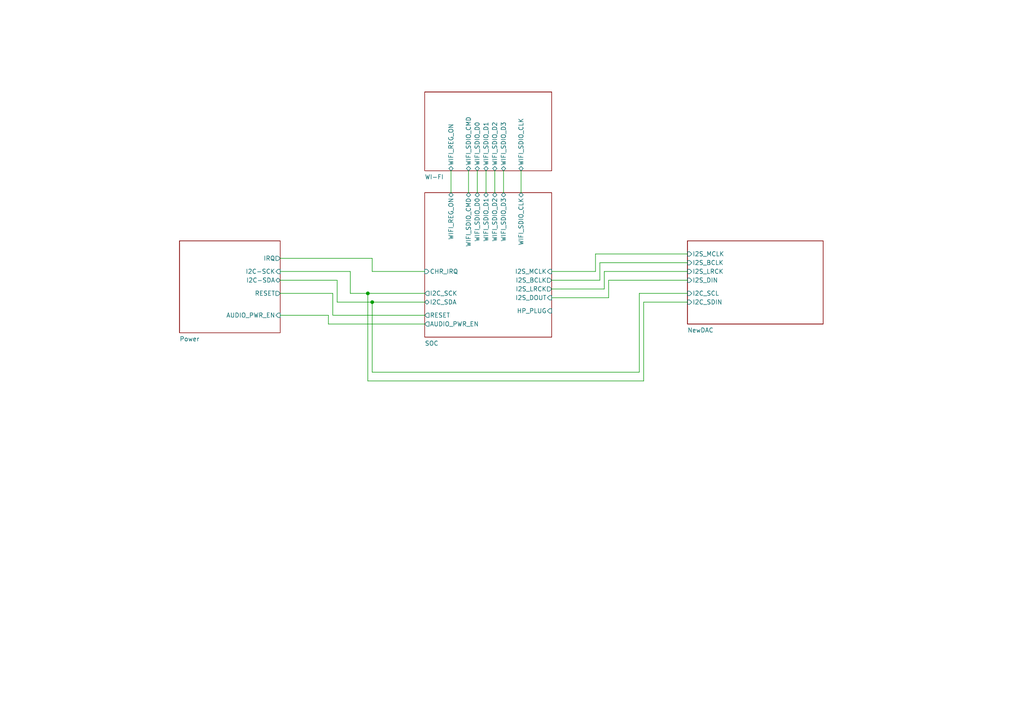
<source format=kicad_sch>
(kicad_sch (version 20211123) (generator eeschema)

  (uuid 370258fd-6ba8-4ef3-8ebf-93d459bc2768)

  (paper "A4")

  (lib_symbols
  )

  (junction (at 106.68 85.09) (diameter 0) (color 0 0 0 0)
    (uuid 75235017-d5ec-462f-9fa8-f22af282d088)
  )
  (junction (at 107.95 87.63) (diameter 0) (color 0 0 0 0)
    (uuid 99a25315-4acc-4b83-9f69-c3672e40e75d)
  )

  (wire (pts (xy 130.81 49.53) (xy 130.81 55.88))
    (stroke (width 0) (type default) (color 0 0 0 0))
    (uuid 00a00c2c-d4cf-4e2d-881b-1d17d3009722)
  )
  (wire (pts (xy 81.28 91.44) (xy 95.25 91.44))
    (stroke (width 0) (type default) (color 0 0 0 0))
    (uuid 024b534e-2f19-4631-bef2-3fe98a5ca25c)
  )
  (wire (pts (xy 176.53 81.28) (xy 199.39 81.28))
    (stroke (width 0) (type default) (color 0 0 0 0))
    (uuid 04b2bc64-e587-4a44-bcd6-b5152a4f75a8)
  )
  (wire (pts (xy 107.95 74.93) (xy 107.95 78.74))
    (stroke (width 0) (type default) (color 0 0 0 0))
    (uuid 0f9f8be6-5cd0-44ff-b134-097ab12c0128)
  )
  (wire (pts (xy 106.68 85.09) (xy 106.68 110.49))
    (stroke (width 0) (type default) (color 0 0 0 0))
    (uuid 1867e780-63a7-4dc6-be81-4ed15381fa8a)
  )
  (wire (pts (xy 160.02 86.36) (xy 176.53 86.36))
    (stroke (width 0) (type default) (color 0 0 0 0))
    (uuid 1d270e8a-7741-4a55-b30f-e35a3ab565cf)
  )
  (wire (pts (xy 143.51 49.53) (xy 143.51 55.88))
    (stroke (width 0) (type default) (color 0 0 0 0))
    (uuid 2a30ec38-ce38-48f1-b18f-cbaacda6ef71)
  )
  (wire (pts (xy 186.69 110.49) (xy 186.69 87.63))
    (stroke (width 0) (type default) (color 0 0 0 0))
    (uuid 3001c4ce-65b0-47a1-8946-eb91e7116c3a)
  )
  (wire (pts (xy 106.68 85.09) (xy 123.19 85.09))
    (stroke (width 0) (type default) (color 0 0 0 0))
    (uuid 317079a2-15f5-40d5-9898-65b4ad2be6fc)
  )
  (wire (pts (xy 185.42 107.95) (xy 185.42 85.09))
    (stroke (width 0) (type default) (color 0 0 0 0))
    (uuid 31914aa8-e477-4504-ad0e-793875cb6d23)
  )
  (wire (pts (xy 97.79 81.28) (xy 97.79 87.63))
    (stroke (width 0) (type default) (color 0 0 0 0))
    (uuid 3f46c549-654c-413f-ae0f-ee15e3913caa)
  )
  (wire (pts (xy 173.99 81.28) (xy 173.99 76.2))
    (stroke (width 0) (type default) (color 0 0 0 0))
    (uuid 473e13af-664e-4554-9d12-118c244f256c)
  )
  (wire (pts (xy 81.28 74.93) (xy 107.95 74.93))
    (stroke (width 0) (type default) (color 0 0 0 0))
    (uuid 4c89a081-21fc-4810-b7a1-07769aca8a5d)
  )
  (wire (pts (xy 81.28 78.74) (xy 101.6 78.74))
    (stroke (width 0) (type default) (color 0 0 0 0))
    (uuid 51e33a96-9460-4546-9426-39e3b4c56820)
  )
  (wire (pts (xy 146.05 49.53) (xy 146.05 55.88))
    (stroke (width 0) (type default) (color 0 0 0 0))
    (uuid 52b08902-8fa1-4f60-81ca-bde919791b53)
  )
  (wire (pts (xy 135.89 49.53) (xy 135.89 55.88))
    (stroke (width 0) (type default) (color 0 0 0 0))
    (uuid 536d8875-1279-4100-9040-8a44cead1342)
  )
  (wire (pts (xy 81.28 85.09) (xy 96.52 85.09))
    (stroke (width 0) (type default) (color 0 0 0 0))
    (uuid 53e2e827-78fb-4640-9568-33245a284ee8)
  )
  (wire (pts (xy 175.26 78.74) (xy 199.39 78.74))
    (stroke (width 0) (type default) (color 0 0 0 0))
    (uuid 54a30efe-9282-4744-87e5-edd842a689e9)
  )
  (wire (pts (xy 175.26 83.82) (xy 175.26 78.74))
    (stroke (width 0) (type default) (color 0 0 0 0))
    (uuid 5d44e185-0b25-4ca7-b2c7-fa9070405167)
  )
  (wire (pts (xy 172.72 73.66) (xy 199.39 73.66))
    (stroke (width 0) (type default) (color 0 0 0 0))
    (uuid 5e4dd34b-54e6-4237-beb0-5716396f2b33)
  )
  (wire (pts (xy 185.42 85.09) (xy 199.39 85.09))
    (stroke (width 0) (type default) (color 0 0 0 0))
    (uuid 6c8950d3-4cea-48f2-8d64-8872cef5c1bc)
  )
  (wire (pts (xy 101.6 78.74) (xy 101.6 85.09))
    (stroke (width 0) (type default) (color 0 0 0 0))
    (uuid 709e62fd-c977-41ad-a55b-3ec409918e5f)
  )
  (wire (pts (xy 107.95 87.63) (xy 107.95 107.95))
    (stroke (width 0) (type default) (color 0 0 0 0))
    (uuid 829e078c-cb1a-432b-8dea-b9a50ac8717d)
  )
  (wire (pts (xy 186.69 87.63) (xy 199.39 87.63))
    (stroke (width 0) (type default) (color 0 0 0 0))
    (uuid 886612cb-088b-4f72-bcbc-bbe2e3c5b53c)
  )
  (wire (pts (xy 107.95 87.63) (xy 123.19 87.63))
    (stroke (width 0) (type default) (color 0 0 0 0))
    (uuid 8c8f7c50-beae-4bcb-a91c-dfecf89e0ee9)
  )
  (wire (pts (xy 160.02 81.28) (xy 173.99 81.28))
    (stroke (width 0) (type default) (color 0 0 0 0))
    (uuid 8f6aab67-8e4e-4eb4-8e50-14821053c684)
  )
  (wire (pts (xy 160.02 83.82) (xy 175.26 83.82))
    (stroke (width 0) (type default) (color 0 0 0 0))
    (uuid 9d06c006-0258-4c30-bbe3-2b71d229e379)
  )
  (wire (pts (xy 151.13 49.53) (xy 151.13 55.88))
    (stroke (width 0) (type default) (color 0 0 0 0))
    (uuid a1d401d2-44ab-40d4-b922-61b1f681b255)
  )
  (wire (pts (xy 172.72 78.74) (xy 172.72 73.66))
    (stroke (width 0) (type default) (color 0 0 0 0))
    (uuid b3676e88-9af9-46e8-bcdd-e38b69eb68c2)
  )
  (wire (pts (xy 81.28 81.28) (xy 97.79 81.28))
    (stroke (width 0) (type default) (color 0 0 0 0))
    (uuid b7d7fa30-8b10-491e-b801-bc171b0d3f33)
  )
  (wire (pts (xy 106.68 110.49) (xy 186.69 110.49))
    (stroke (width 0) (type default) (color 0 0 0 0))
    (uuid c04b812a-ac21-42a7-9eb8-19cb951783b1)
  )
  (wire (pts (xy 96.52 91.44) (xy 123.19 91.44))
    (stroke (width 0) (type default) (color 0 0 0 0))
    (uuid c2242d9b-082f-42ae-b736-c378029a76bb)
  )
  (wire (pts (xy 107.95 78.74) (xy 123.19 78.74))
    (stroke (width 0) (type default) (color 0 0 0 0))
    (uuid c9ad7953-f87c-4d1c-875e-688b06b5582b)
  )
  (wire (pts (xy 97.79 87.63) (xy 107.95 87.63))
    (stroke (width 0) (type default) (color 0 0 0 0))
    (uuid cccd9e04-8f69-427f-8ade-53830122d6cd)
  )
  (wire (pts (xy 101.6 85.09) (xy 106.68 85.09))
    (stroke (width 0) (type default) (color 0 0 0 0))
    (uuid d00483b3-e874-4cd0-8694-4f6b242ddc15)
  )
  (wire (pts (xy 173.99 76.2) (xy 199.39 76.2))
    (stroke (width 0) (type default) (color 0 0 0 0))
    (uuid d79ddef1-8bbb-4364-a58e-57cf094246a4)
  )
  (wire (pts (xy 95.25 91.44) (xy 95.25 93.98))
    (stroke (width 0) (type default) (color 0 0 0 0))
    (uuid e2137f26-331f-46ac-84ab-8fc736d2ce5b)
  )
  (wire (pts (xy 95.25 93.98) (xy 123.19 93.98))
    (stroke (width 0) (type default) (color 0 0 0 0))
    (uuid e44d3a8b-db40-4aa4-ad2d-951e56b4cfbb)
  )
  (wire (pts (xy 138.43 49.53) (xy 138.43 55.88))
    (stroke (width 0) (type default) (color 0 0 0 0))
    (uuid e8c387fe-2c37-4e55-aac7-98a312abd6de)
  )
  (wire (pts (xy 107.95 107.95) (xy 185.42 107.95))
    (stroke (width 0) (type default) (color 0 0 0 0))
    (uuid e95c849a-d2b6-45ef-bf1e-e2a0ad9012f6)
  )
  (wire (pts (xy 96.52 85.09) (xy 96.52 91.44))
    (stroke (width 0) (type default) (color 0 0 0 0))
    (uuid ea17b6f4-e3c6-496e-9619-a7944deb0878)
  )
  (wire (pts (xy 140.97 49.53) (xy 140.97 55.88))
    (stroke (width 0) (type default) (color 0 0 0 0))
    (uuid f1fbcdc4-2d0a-4347-afa4-f63532e88a34)
  )
  (wire (pts (xy 176.53 86.36) (xy 176.53 81.28))
    (stroke (width 0) (type default) (color 0 0 0 0))
    (uuid f2f6f695-d8a9-4b91-83d2-aa862ed80652)
  )
  (wire (pts (xy 160.02 78.74) (xy 172.72 78.74))
    (stroke (width 0) (type default) (color 0 0 0 0))
    (uuid ff528171-d0d8-4bac-82b5-b0af5e0a1c7c)
  )

  (sheet (at 123.19 55.88) (size 36.83 41.91)
    (stroke (width 0.1524) (type solid) (color 0 0 0 0))
    (fill (color 0 0 0 0.0000))
    (uuid 494fd4b1-1de7-49fe-827f-914491efe850)
    (property "Sheet name" "SOC" (id 0) (at 123.19 100.33 0)
      (effects (font (size 1.27 1.27)) (justify left bottom))
    )
    (property "Sheet file" "SOC.kicad_sch" (id 1) (at 123.19 135.89 0)
      (effects (font (size 1.27 1.27)) (justify left top) hide)
    )
    (pin "I2S_MCLK" input (at 160.02 78.74 0)
      (effects (font (size 1.27 1.27)) (justify right))
      (uuid 235fe1f6-9a0e-476a-bd3c-982196af7bd6)
    )
    (pin "I2S_BCLK" output (at 160.02 81.28 0)
      (effects (font (size 1.27 1.27)) (justify right))
      (uuid 086c2b24-a150-4fc3-87fd-414b3d1a03f7)
    )
    (pin "I2S_LRCK" output (at 160.02 83.82 0)
      (effects (font (size 1.27 1.27)) (justify right))
      (uuid 2a577856-beb7-49c8-a22a-d405ea5320bb)
    )
    (pin "HP_PLUG" input (at 160.02 90.17 0)
      (effects (font (size 1.27 1.27)) (justify right))
      (uuid b8c89e7e-8331-4f78-b4ce-58ab057c2ff3)
    )
    (pin "CHR_IRQ" input (at 123.19 78.74 180)
      (effects (font (size 1.27 1.27)) (justify left))
      (uuid ec006556-9803-4a5b-90c9-95905ae7c549)
    )
    (pin "I2C_SDA" bidirectional (at 123.19 87.63 180)
      (effects (font (size 1.27 1.27)) (justify left))
      (uuid 6a28e578-d2fe-4097-9d65-cf3f18f8490b)
    )
    (pin "I2C_SCK" output (at 123.19 85.09 180)
      (effects (font (size 1.27 1.27)) (justify left))
      (uuid c6e35d72-2f98-4cb3-b550-93ca7470c936)
    )
    (pin "RESET" output (at 123.19 91.44 180)
      (effects (font (size 1.27 1.27)) (justify left))
      (uuid 929366a7-bc85-4054-add3-fa3304a2b52f)
    )
    (pin "I2S_DOUT" input (at 160.02 86.36 0)
      (effects (font (size 1.27 1.27)) (justify right))
      (uuid fdc872ad-13cb-4ffc-bff8-a9daf286970f)
    )
    (pin "AUDIO_PWR_EN" output (at 123.19 93.98 180)
      (effects (font (size 1.27 1.27)) (justify left))
      (uuid 99f9d26b-b9a9-4d91-b348-3ed04d725929)
    )
    (pin "WIFI_SDIO_CMD" bidirectional (at 135.89 55.88 90)
      (effects (font (size 1.27 1.27)) (justify right))
      (uuid 5e38c5f6-ac6e-4e8b-9778-8895a7a9f57d)
    )
    (pin "WIFI_SDIO_D3" bidirectional (at 146.05 55.88 90)
      (effects (font (size 1.27 1.27)) (justify right))
      (uuid 59787354-26a5-4b6f-998d-8e33f335f3a6)
    )
    (pin "WIFI_SDIO_D2" bidirectional (at 143.51 55.88 90)
      (effects (font (size 1.27 1.27)) (justify right))
      (uuid 7bea97d1-d6fd-4e93-98f3-29e0d276881c)
    )
    (pin "WIFI_SDIO_CLK" bidirectional (at 151.13 55.88 90)
      (effects (font (size 1.27 1.27)) (justify right))
      (uuid ce4ab9b9-48aa-44a6-a7fa-f2b47c869121)
    )
    (pin "WIFI_SDIO_D0" bidirectional (at 138.43 55.88 90)
      (effects (font (size 1.27 1.27)) (justify right))
      (uuid 5655c103-f822-4663-8871-edc711fd7a66)
    )
    (pin "WIFI_SDIO_D1" bidirectional (at 140.97 55.88 90)
      (effects (font (size 1.27 1.27)) (justify right))
      (uuid afa78813-dd20-49b6-9149-8d8ac663e999)
    )
    (pin "WIFI_REG_ON" bidirectional (at 130.81 55.88 90)
      (effects (font (size 1.27 1.27)) (justify right))
      (uuid e4707616-72fa-4d2a-be57-6fbeaba9eefa)
    )
  )

  (sheet (at 52.07 69.85) (size 29.21 26.67)
    (stroke (width 0.1524) (type solid) (color 0 0 0 0))
    (fill (color 0 0 0 0.0000))
    (uuid 884771b3-a958-42f5-9d43-01d94fb8bdd5)
    (property "Sheet name" "Power" (id 0) (at 52.07 99.06 0)
      (effects (font (size 1.27 1.27)) (justify left bottom))
    )
    (property "Sheet file" "Power.kicad_sch" (id 1) (at 52.07 97.1046 0)
      (effects (font (size 1.27 1.27)) (justify left top) hide)
    )
    (pin "IRQ" output (at 81.28 74.93 0)
      (effects (font (size 1.27 1.27)) (justify right))
      (uuid f1177860-6b14-4efa-ac37-7287f5f78530)
    )
    (pin "I2C-SCK" input (at 81.28 78.74 0)
      (effects (font (size 1.27 1.27)) (justify right))
      (uuid 2a97687b-76cc-4f10-914b-78656e26586f)
    )
    (pin "I2C-SDA" bidirectional (at 81.28 81.28 0)
      (effects (font (size 1.27 1.27)) (justify right))
      (uuid 5a2ab218-5fcb-43ab-8856-9b58500cc0a0)
    )
    (pin "RESET" output (at 81.28 85.09 0)
      (effects (font (size 1.27 1.27)) (justify right))
      (uuid 01189255-8020-4eb6-ace5-4fe72e342857)
    )
    (pin "AUDIO_PWR_EN" input (at 81.28 91.44 0)
      (effects (font (size 1.27 1.27)) (justify right))
      (uuid ec5cbabf-cea9-44b8-8be3-7ad03c581ec4)
    )
  )

  (sheet (at 199.39 69.85) (size 39.37 24.13)
    (stroke (width 0.1524) (type solid) (color 0 0 0 0))
    (fill (color 0 0 0 0.0000))
    (uuid 8a184ff4-f009-4368-ae0f-59dfbdc06c07)
    (property "Sheet name" "NewDAC" (id 0) (at 199.39 96.52 0)
      (effects (font (size 1.27 1.27)) (justify left bottom))
    )
    (property "Sheet file" "NewDAC.kicad_sch" (id 1) (at 199.39 94.5646 0)
      (effects (font (size 1.27 1.27)) (justify left top) hide)
    )
    (pin "I2S_DIN" input (at 199.39 81.28 180)
      (effects (font (size 1.27 1.27)) (justify left))
      (uuid b9eddaa0-d4fc-4e36-9df9-c677f299b593)
    )
    (pin "I2S_LRCK" input (at 199.39 78.74 180)
      (effects (font (size 1.27 1.27)) (justify left))
      (uuid 16a7ff1d-194e-4d0e-b099-00259712a635)
    )
    (pin "I2S_BCLK" input (at 199.39 76.2 180)
      (effects (font (size 1.27 1.27)) (justify left))
      (uuid c43b4820-1e26-455f-b66a-249ec7b1d18f)
    )
    (pin "I2C_SDIN" input (at 199.39 87.63 180)
      (effects (font (size 1.27 1.27)) (justify left))
      (uuid ce417cb6-64a0-4982-9c8c-a276ae10dfbd)
    )
    (pin "I2S_MCLK" input (at 199.39 73.66 180)
      (effects (font (size 1.27 1.27)) (justify left))
      (uuid 4a8b7eab-ae6b-4147-8da5-24fb326e39c0)
    )
    (pin "I2C_SCL" input (at 199.39 85.09 180)
      (effects (font (size 1.27 1.27)) (justify left))
      (uuid c85b7516-966c-4281-b09f-9b69e99caa57)
    )
  )

  (sheet (at 123.19 26.67) (size 36.83 22.86)
    (stroke (width 0.1524) (type solid) (color 0 0 0 0))
    (fill (color 0 0 0 0.0000))
    (uuid aa3ce668-54ef-4a1c-908c-ffe0f988f256)
    (property "Sheet name" "WI-FI" (id 0) (at 123.19 52.07 0)
      (effects (font (size 1.27 1.27)) (justify left bottom))
    )
    (property "Sheet file" "WI-FI.kicad_sch" (id 1) (at 107.95 41.91 0)
      (effects (font (size 1.27 1.27)) (justify left top) hide)
    )
    (pin "WIFI_SDIO_D1" bidirectional (at 140.97 49.53 270)
      (effects (font (size 1.27 1.27)) (justify left))
      (uuid d5c19e3d-8bd7-4b69-8d5e-20c9af84c9c6)
    )
    (pin "WIFI_SDIO_D0" bidirectional (at 138.43 49.53 270)
      (effects (font (size 1.27 1.27)) (justify left))
      (uuid 18aacb9e-0c1d-4290-b23f-64a07b82188f)
    )
    (pin "WIFI_SDIO_CMD" bidirectional (at 135.89 49.53 270)
      (effects (font (size 1.27 1.27)) (justify left))
      (uuid 01ed1f28-98c7-49bc-80af-851249a9642b)
    )
    (pin "WIFI_SDIO_D2" bidirectional (at 143.51 49.53 270)
      (effects (font (size 1.27 1.27)) (justify left))
      (uuid e936ef39-53c2-4795-82dd-dd7af8caa6b3)
    )
    (pin "WIFI_SDIO_CLK" bidirectional (at 151.13 49.53 270)
      (effects (font (size 1.27 1.27)) (justify left))
      (uuid d260119c-83be-4109-8c97-389452ae0d00)
    )
    (pin "WIFI_SDIO_D3" bidirectional (at 146.05 49.53 270)
      (effects (font (size 1.27 1.27)) (justify left))
      (uuid c27dba63-3aac-4cbd-aecd-19ca8f68184f)
    )
    (pin "WIFI_REG_ON" bidirectional (at 130.81 49.53 270)
      (effects (font (size 1.27 1.27)) (justify left))
      (uuid 1b3e6776-b0f8-4ca2-aa45-7f29ce75ab0f)
    )
  )

  (sheet_instances
    (path "/" (page "1"))
    (path "/494fd4b1-1de7-49fe-827f-914491efe850" (page "4"))
    (path "/aa3ce668-54ef-4a1c-908c-ffe0f988f256" (page "5"))
    (path "/8a184ff4-f009-4368-ae0f-59dfbdc06c07" (page "5"))
    (path "/884771b3-a958-42f5-9d43-01d94fb8bdd5" (page "6"))
  )

  (symbol_instances
    (path "/494fd4b1-1de7-49fe-827f-914491efe850/0ead5e31-35ac-4530-bc90-172362f8e4a9"
      (reference "#PWR01") (unit 1) (value "GND") (footprint "")
    )
    (path "/494fd4b1-1de7-49fe-827f-914491efe850/6828cf5c-2818-4f7e-8d2c-72d5cd43986a"
      (reference "#PWR02") (unit 1) (value "GND") (footprint "")
    )
    (path "/494fd4b1-1de7-49fe-827f-914491efe850/9786bfa3-41cc-4c5d-be81-14286bd7519d"
      (reference "#PWR03") (unit 1) (value "+3V3") (footprint "")
    )
    (path "/494fd4b1-1de7-49fe-827f-914491efe850/ba1d31b2-c4c5-4df2-a7b7-4584a09ad11e"
      (reference "#PWR04") (unit 1) (value "GND") (footprint "")
    )
    (path "/494fd4b1-1de7-49fe-827f-914491efe850/5934e63b-e49e-46c3-ab9f-906bcf3caee4"
      (reference "#PWR05") (unit 1) (value "GND") (footprint "")
    )
    (path "/494fd4b1-1de7-49fe-827f-914491efe850/3ce84b20-fc43-4763-b8d8-57292deeeb9b"
      (reference "#PWR06") (unit 1) (value "+3V3") (footprint "")
    )
    (path "/494fd4b1-1de7-49fe-827f-914491efe850/c61f1a92-f4ef-450f-9860-9ea95b35bf2e"
      (reference "#PWR07") (unit 1) (value "+3V3") (footprint "")
    )
    (path "/494fd4b1-1de7-49fe-827f-914491efe850/489dc5d1-df3c-4110-8dce-128d62b940cf"
      (reference "#PWR08") (unit 1) (value "GND") (footprint "")
    )
    (path "/494fd4b1-1de7-49fe-827f-914491efe850/3b7384f7-78c9-47f4-873b-303c010056b9"
      (reference "#PWR09") (unit 1) (value "GND") (footprint "")
    )
    (path "/494fd4b1-1de7-49fe-827f-914491efe850/d9a592d1-2ddf-496f-b59b-40b1a10e0b45"
      (reference "#PWR010") (unit 1) (value "GND") (footprint "")
    )
    (path "/494fd4b1-1de7-49fe-827f-914491efe850/fe528a98-773f-4c2b-b35b-82bd1d823e5e"
      (reference "#PWR011") (unit 1) (value "GND") (footprint "")
    )
    (path "/494fd4b1-1de7-49fe-827f-914491efe850/038131d6-6e97-4f87-a475-aa16ead94540"
      (reference "#PWR012") (unit 1) (value "GND") (footprint "")
    )
    (path "/884771b3-a958-42f5-9d43-01d94fb8bdd5/fbbbefae-99da-43c2-805c-6bd609a8c015"
      (reference "#PWR013") (unit 1) (value "GND") (footprint "")
    )
    (path "/884771b3-a958-42f5-9d43-01d94fb8bdd5/326e6df6-8b80-4646-bada-f4bfdf5d8157"
      (reference "#PWR014") (unit 1) (value "GND") (footprint "")
    )
    (path "/494fd4b1-1de7-49fe-827f-914491efe850/7513687e-fb39-4f81-9e53-96607c4674b3"
      (reference "#PWR015") (unit 1) (value "+3V3") (footprint "")
    )
    (path "/494fd4b1-1de7-49fe-827f-914491efe850/6b238803-cef6-4321-ba88-b47641e19a28"
      (reference "#PWR016") (unit 1) (value "GND") (footprint "")
    )
    (path "/494fd4b1-1de7-49fe-827f-914491efe850/c8c2e522-1315-4fb8-ab95-9e59e2a7ea92"
      (reference "#PWR017") (unit 1) (value "+3V3") (footprint "")
    )
    (path "/884771b3-a958-42f5-9d43-01d94fb8bdd5/fc6db73f-247f-406f-b88c-e4dced9ceea4"
      (reference "#PWR018") (unit 1) (value "VBUS") (footprint "")
    )
    (path "/494fd4b1-1de7-49fe-827f-914491efe850/ddcebf48-90c4-4d7f-9890-bf1b29c4b408"
      (reference "#PWR019") (unit 1) (value "+3V3") (footprint "")
    )
    (path "/494fd4b1-1de7-49fe-827f-914491efe850/9fa628b5-fd1c-49d2-b232-61aafb66c62e"
      (reference "#PWR020") (unit 1) (value "GND") (footprint "")
    )
    (path "/494fd4b1-1de7-49fe-827f-914491efe850/78679b28-4ae2-45a9-a455-d5bf68b67831"
      (reference "#PWR021") (unit 1) (value "+3V3") (footprint "")
    )
    (path "/494fd4b1-1de7-49fe-827f-914491efe850/ddc85bbc-c503-4470-84aa-2f0738eca751"
      (reference "#PWR022") (unit 1) (value "GND") (footprint "")
    )
    (path "/494fd4b1-1de7-49fe-827f-914491efe850/62393a73-480e-44aa-81c3-c4089e4ab560"
      (reference "#PWR023") (unit 1) (value "+3V3") (footprint "")
    )
    (path "/494fd4b1-1de7-49fe-827f-914491efe850/c37ea8c7-3a60-4a49-bba3-6d069942416a"
      (reference "#PWR024") (unit 1) (value "GND") (footprint "")
    )
    (path "/aa3ce668-54ef-4a1c-908c-ffe0f988f256/52debfd8-46af-4750-b492-a311f2b10e00"
      (reference "#PWR025") (unit 1) (value "GND") (footprint "")
    )
    (path "/494fd4b1-1de7-49fe-827f-914491efe850/6aec8203-7cb8-4e9e-93e7-ee43ade6c0b9"
      (reference "#PWR026") (unit 1) (value "GND") (footprint "")
    )
    (path "/aa3ce668-54ef-4a1c-908c-ffe0f988f256/235a444a-8aab-470b-8599-c94354d44684"
      (reference "#PWR027") (unit 1) (value "GND") (footprint "")
    )
    (path "/494fd4b1-1de7-49fe-827f-914491efe850/dad71a7f-5c71-496d-ae4c-a81f35969ede"
      (reference "#PWR028") (unit 1) (value "GND") (footprint "")
    )
    (path "/494fd4b1-1de7-49fe-827f-914491efe850/5057c22c-3206-44e7-bc67-96bbaab0e714"
      (reference "#PWR029") (unit 1) (value "GND") (footprint "")
    )
    (path "/494fd4b1-1de7-49fe-827f-914491efe850/a1553f1e-1b3a-4cda-9c51-9914c0f2fba0"
      (reference "#PWR030") (unit 1) (value "GND") (footprint "")
    )
    (path "/aa3ce668-54ef-4a1c-908c-ffe0f988f256/5145b50a-dd7c-4bef-800e-7866dda6b6b2"
      (reference "#PWR031") (unit 1) (value "GND") (footprint "")
    )
    (path "/494fd4b1-1de7-49fe-827f-914491efe850/c8b4dc99-62f8-40b8-939a-136c545bcb51"
      (reference "#PWR032") (unit 1) (value "GND") (footprint "")
    )
    (path "/494fd4b1-1de7-49fe-827f-914491efe850/fdae2ec5-3977-46da-83b9-14f14082f6bb"
      (reference "#PWR033") (unit 1) (value "GND") (footprint "")
    )
    (path "/aa3ce668-54ef-4a1c-908c-ffe0f988f256/d5da21dc-c508-464b-ad08-aafa84559b5b"
      (reference "#PWR034") (unit 1) (value "GND") (footprint "")
    )
    (path "/aa3ce668-54ef-4a1c-908c-ffe0f988f256/b95f9795-080f-4599-8456-17525e8ad7dd"
      (reference "#PWR035") (unit 1) (value "GND") (footprint "")
    )
    (path "/494fd4b1-1de7-49fe-827f-914491efe850/a0744d59-4ee1-4d0e-afc4-b289ed151b0c"
      (reference "#PWR036") (unit 1) (value "GND") (footprint "")
    )
    (path "/494fd4b1-1de7-49fe-827f-914491efe850/a636a5ee-faa2-4907-ac4d-58b4031d6058"
      (reference "#PWR037") (unit 1) (value "GND") (footprint "")
    )
    (path "/494fd4b1-1de7-49fe-827f-914491efe850/ca3ee417-6cf9-44c8-867d-2264a7ad7fba"
      (reference "#PWR038") (unit 1) (value "GND") (footprint "")
    )
    (path "/494fd4b1-1de7-49fe-827f-914491efe850/ffeff355-a925-4a1c-a067-47be3700c84b"
      (reference "#PWR039") (unit 1) (value "GND") (footprint "")
    )
    (path "/494fd4b1-1de7-49fe-827f-914491efe850/47005734-3b80-470f-ae51-6a6448f74ce0"
      (reference "#PWR040") (unit 1) (value "GND") (footprint "")
    )
    (path "/494fd4b1-1de7-49fe-827f-914491efe850/bcf95e85-5ab0-4941-b213-b5b7e3019c48"
      (reference "#PWR041") (unit 1) (value "+3V3") (footprint "")
    )
    (path "/494fd4b1-1de7-49fe-827f-914491efe850/718593fe-f559-4a22-89c9-e6c7dc7d90b8"
      (reference "#PWR042") (unit 1) (value "+3V3") (footprint "")
    )
    (path "/aa3ce668-54ef-4a1c-908c-ffe0f988f256/08962e15-4224-4401-bcbf-d29d78eddeb8"
      (reference "#PWR043") (unit 1) (value "GND") (footprint "")
    )
    (path "/494fd4b1-1de7-49fe-827f-914491efe850/fa89a5a2-7f85-48bb-a4c8-4c8c8b5ba6b8"
      (reference "#PWR044") (unit 1) (value "+3V3") (footprint "")
    )
    (path "/494fd4b1-1de7-49fe-827f-914491efe850/44aad07b-7110-4352-b7eb-61ba13e82186"
      (reference "#PWR045") (unit 1) (value "+3V3") (footprint "")
    )
    (path "/494fd4b1-1de7-49fe-827f-914491efe850/84e98b4c-029c-4e3f-8234-3d5ae1b7c3bf"
      (reference "#PWR046") (unit 1) (value "GND") (footprint "")
    )
    (path "/494fd4b1-1de7-49fe-827f-914491efe850/379cd634-5679-4128-af27-1f0cc5037ef3"
      (reference "#PWR047") (unit 1) (value "GND") (footprint "")
    )
    (path "/494fd4b1-1de7-49fe-827f-914491efe850/17d8d0f3-ba96-4dd3-b85c-14930767ad32"
      (reference "#PWR048") (unit 1) (value "VBUS") (footprint "")
    )
    (path "/494fd4b1-1de7-49fe-827f-914491efe850/2e18209d-f6e8-473a-b987-e383144fb73c"
      (reference "#PWR049") (unit 1) (value "GND") (footprint "")
    )
    (path "/494fd4b1-1de7-49fe-827f-914491efe850/d5513f19-11fe-44e4-8d6e-f2dcb3dd96a1"
      (reference "#PWR050") (unit 1) (value "VBUS") (footprint "")
    )
    (path "/494fd4b1-1de7-49fe-827f-914491efe850/18febec8-e047-440c-8666-7ebeccfe2361"
      (reference "#PWR051") (unit 1) (value "GND") (footprint "")
    )
    (path "/494fd4b1-1de7-49fe-827f-914491efe850/d7691648-40a2-4a73-a581-8726c53cb5ce"
      (reference "#PWR052") (unit 1) (value "GND") (footprint "")
    )
    (path "/494fd4b1-1de7-49fe-827f-914491efe850/8ea3cbb1-925b-48b0-8938-ad672405dd06"
      (reference "#PWR053") (unit 1) (value "+3V3") (footprint "")
    )
    (path "/494fd4b1-1de7-49fe-827f-914491efe850/15e35825-4c01-4e08-8977-a5e38f9fba5f"
      (reference "#PWR054") (unit 1) (value "+3V3") (footprint "")
    )
    (path "/494fd4b1-1de7-49fe-827f-914491efe850/7fb585f5-cf10-4ac8-99a8-569ee545c535"
      (reference "#PWR055") (unit 1) (value "GND") (footprint "")
    )
    (path "/494fd4b1-1de7-49fe-827f-914491efe850/ddf77cd0-ef0e-4b7f-ac5d-c0721468f9ff"
      (reference "#PWR056") (unit 1) (value "+3V3") (footprint "")
    )
    (path "/494fd4b1-1de7-49fe-827f-914491efe850/65a62c4f-46ad-4215-9c1d-d8bd304f9a2f"
      (reference "#PWR057") (unit 1) (value "GND") (footprint "")
    )
    (path "/494fd4b1-1de7-49fe-827f-914491efe850/1eef3abf-f229-427a-a0c8-d0d6082e827d"
      (reference "#PWR058") (unit 1) (value "GND") (footprint "")
    )
    (path "/494fd4b1-1de7-49fe-827f-914491efe850/0da67e8d-0649-4d6d-b44b-505ae133c91e"
      (reference "#PWR059") (unit 1) (value "GND") (footprint "")
    )
    (path "/494fd4b1-1de7-49fe-827f-914491efe850/7b57a3f5-bc22-4dcb-897d-b8c3817a5e55"
      (reference "#PWR060") (unit 1) (value "GND") (footprint "")
    )
    (path "/8a184ff4-f009-4368-ae0f-59dfbdc06c07/ae73620f-9ff4-46c3-b77b-b9e30d74748e"
      (reference "#PWR061") (unit 1) (value "+3V3") (footprint "")
    )
    (path "/8a184ff4-f009-4368-ae0f-59dfbdc06c07/05631991-500c-41a8-addc-30602e6e77a6"
      (reference "#PWR062") (unit 1) (value "GND") (footprint "")
    )
    (path "/8a184ff4-f009-4368-ae0f-59dfbdc06c07/7d8e60db-706a-4b1c-9498-cab626eda34e"
      (reference "#PWR063") (unit 1) (value "+3V3") (footprint "")
    )
    (path "/8a184ff4-f009-4368-ae0f-59dfbdc06c07/04f25c19-e86d-40da-931b-d4ef83a13e49"
      (reference "#PWR064") (unit 1) (value "GND") (footprint "")
    )
    (path "/8a184ff4-f009-4368-ae0f-59dfbdc06c07/98897703-752a-4a3b-bc98-e18716c4fee4"
      (reference "#PWR065") (unit 1) (value "GNDA") (footprint "")
    )
    (path "/8a184ff4-f009-4368-ae0f-59dfbdc06c07/dc9a033a-2224-4f08-9953-a7f48e9f7bc8"
      (reference "#PWR066") (unit 1) (value "GNDA") (footprint "")
    )
    (path "/8a184ff4-f009-4368-ae0f-59dfbdc06c07/da93039d-e1c5-4531-ae76-ededfa52090b"
      (reference "#PWR067") (unit 1) (value "+5VA") (footprint "")
    )
    (path "/8a184ff4-f009-4368-ae0f-59dfbdc06c07/a10a9d1a-b111-4c5c-86bd-daa401288d98"
      (reference "#PWR068") (unit 1) (value "-5VA") (footprint "")
    )
    (path "/8a184ff4-f009-4368-ae0f-59dfbdc06c07/e37897dc-8de3-443d-8c30-80eabd3654d2"
      (reference "#PWR069") (unit 1) (value "GNDA") (footprint "")
    )
    (path "/8a184ff4-f009-4368-ae0f-59dfbdc06c07/e6783d2b-9dec-4dda-9fd2-a2d3085e45c8"
      (reference "#PWR070") (unit 1) (value "GNDA") (footprint "")
    )
    (path "/8a184ff4-f009-4368-ae0f-59dfbdc06c07/ca825450-0c7f-435e-b086-f6267aa7dee1"
      (reference "#PWR071") (unit 1) (value "GNDA") (footprint "")
    )
    (path "/8a184ff4-f009-4368-ae0f-59dfbdc06c07/7de2db50-a040-4cd4-b8e7-6f93a07943e1"
      (reference "#PWR072") (unit 1) (value "+5VA") (footprint "")
    )
    (path "/8a184ff4-f009-4368-ae0f-59dfbdc06c07/a4f5ae52-8aa4-4621-a838-80fbed0ffe2f"
      (reference "#PWR073") (unit 1) (value "GNDA") (footprint "")
    )
    (path "/8a184ff4-f009-4368-ae0f-59dfbdc06c07/8e23f6e4-d4c0-4bbe-bb72-84fab05e2c81"
      (reference "#PWR074") (unit 1) (value "+5VA") (footprint "")
    )
    (path "/8a184ff4-f009-4368-ae0f-59dfbdc06c07/427eae35-e8bc-4cc9-9846-b0061f664ffa"
      (reference "#PWR075") (unit 1) (value "GNDA") (footprint "")
    )
    (path "/8a184ff4-f009-4368-ae0f-59dfbdc06c07/bc246a1a-5e45-4731-af24-5e130617d141"
      (reference "#PWR076") (unit 1) (value "+5VA") (footprint "")
    )
    (path "/8a184ff4-f009-4368-ae0f-59dfbdc06c07/f2ddee93-7c5e-4e85-a241-cab10cb1798f"
      (reference "#PWR077") (unit 1) (value "GNDA") (footprint "")
    )
    (path "/8a184ff4-f009-4368-ae0f-59dfbdc06c07/e3572bea-e1b7-467f-a7aa-072a32fb61b7"
      (reference "#PWR078") (unit 1) (value "GNDA") (footprint "")
    )
    (path "/8a184ff4-f009-4368-ae0f-59dfbdc06c07/71b8466e-cb52-4a1c-aeb5-d39bffc516ee"
      (reference "#PWR079") (unit 1) (value "GNDA") (footprint "")
    )
    (path "/8a184ff4-f009-4368-ae0f-59dfbdc06c07/6f6b809d-c704-4305-a219-74efd8850566"
      (reference "#PWR080") (unit 1) (value "GNDA") (footprint "")
    )
    (path "/8a184ff4-f009-4368-ae0f-59dfbdc06c07/23c6ce4e-a7fb-47b5-ab13-920111562651"
      (reference "#PWR081") (unit 1) (value "GNDA") (footprint "")
    )
    (path "/8a184ff4-f009-4368-ae0f-59dfbdc06c07/9905df02-b925-4a42-bd4b-d98959d37300"
      (reference "#PWR082") (unit 1) (value "GNDA") (footprint "")
    )
    (path "/8a184ff4-f009-4368-ae0f-59dfbdc06c07/6ea81ae8-d95b-489d-b539-da81d657ead6"
      (reference "#PWR083") (unit 1) (value "GNDA") (footprint "")
    )
    (path "/8a184ff4-f009-4368-ae0f-59dfbdc06c07/fc126aef-3153-4e02-8020-a1a1eaa27583"
      (reference "#PWR084") (unit 1) (value "+5VA") (footprint "")
    )
    (path "/8a184ff4-f009-4368-ae0f-59dfbdc06c07/31895877-abf1-47c5-9dcf-0d49dc808fe6"
      (reference "#PWR085") (unit 1) (value "-5VA") (footprint "")
    )
    (path "/8a184ff4-f009-4368-ae0f-59dfbdc06c07/8bff1d67-dd87-456d-8559-473a834d783e"
      (reference "#PWR086") (unit 1) (value "GNDA") (footprint "")
    )
    (path "/8a184ff4-f009-4368-ae0f-59dfbdc06c07/d222dcde-fc8e-439d-a3de-3a4d2ff5c243"
      (reference "#PWR087") (unit 1) (value "GNDA") (footprint "")
    )
    (path "/8a184ff4-f009-4368-ae0f-59dfbdc06c07/71a97447-6d59-4caa-a051-cbe26aeeb4fb"
      (reference "#PWR088") (unit 1) (value "GNDA") (footprint "")
    )
    (path "/8a184ff4-f009-4368-ae0f-59dfbdc06c07/2a9fce2e-3993-4765-b08d-9c2c36878818"
      (reference "#PWR089") (unit 1) (value "GNDA") (footprint "")
    )
    (path "/8a184ff4-f009-4368-ae0f-59dfbdc06c07/a6b7fe4f-61c3-4469-96d4-6e6ea5b2d336"
      (reference "#PWR090") (unit 1) (value "+5VA") (footprint "")
    )
    (path "/8a184ff4-f009-4368-ae0f-59dfbdc06c07/4ed96870-ed3d-4ceb-8cf3-61ef13a0adc5"
      (reference "#PWR091") (unit 1) (value "-5VA") (footprint "")
    )
    (path "/8a184ff4-f009-4368-ae0f-59dfbdc06c07/dec8978d-6d88-43a5-b9af-abbc03e7887a"
      (reference "#PWR092") (unit 1) (value "GNDA") (footprint "")
    )
    (path "/8a184ff4-f009-4368-ae0f-59dfbdc06c07/d092b2a0-7a9e-4793-96d8-29b630edde74"
      (reference "#PWR093") (unit 1) (value "GNDA") (footprint "")
    )
    (path "/8a184ff4-f009-4368-ae0f-59dfbdc06c07/b8b07a76-0e97-42d3-ac0a-bb888d24d876"
      (reference "#PWR094") (unit 1) (value "GNDA") (footprint "")
    )
    (path "/8a184ff4-f009-4368-ae0f-59dfbdc06c07/4fd0173d-3da9-4a77-ba78-0913a1389303"
      (reference "#PWR095") (unit 1) (value "GNDA") (footprint "")
    )
    (path "/8a184ff4-f009-4368-ae0f-59dfbdc06c07/2ea72ead-3013-4346-bac4-d0361b6bdbb3"
      (reference "#PWR096") (unit 1) (value "+5VA") (footprint "")
    )
    (path "/8a184ff4-f009-4368-ae0f-59dfbdc06c07/1455fd60-3ef0-4ebe-bca8-ac41d131b4ed"
      (reference "#PWR097") (unit 1) (value "-5VA") (footprint "")
    )
    (path "/884771b3-a958-42f5-9d43-01d94fb8bdd5/10598e6a-98f6-4807-972c-6c2b699dca28"
      (reference "#PWR098") (unit 1) (value "GND") (footprint "")
    )
    (path "/884771b3-a958-42f5-9d43-01d94fb8bdd5/f500befc-af7b-49a2-acd4-50ea0597f3b7"
      (reference "#PWR099") (unit 1) (value "GND") (footprint "")
    )
    (path "/884771b3-a958-42f5-9d43-01d94fb8bdd5/a832f7fc-f9a4-4902-bb0b-a29c30f56a96"
      (reference "#PWR0100") (unit 1) (value "GND") (footprint "")
    )
    (path "/884771b3-a958-42f5-9d43-01d94fb8bdd5/ab1af7d3-be75-4cc2-833d-b2d64c48f4d5"
      (reference "#PWR0101") (unit 1) (value "+3V3") (footprint "")
    )
    (path "/884771b3-a958-42f5-9d43-01d94fb8bdd5/1ec9743a-173f-4809-ac78-acdb5b0675e3"
      (reference "#PWR0102") (unit 1) (value "GND") (footprint "")
    )
    (path "/884771b3-a958-42f5-9d43-01d94fb8bdd5/0e1774a4-c121-4e61-9a7d-5e84189cfa65"
      (reference "#PWR0103") (unit 1) (value "GND") (footprint "")
    )
    (path "/884771b3-a958-42f5-9d43-01d94fb8bdd5/44fc4030-8554-4bd6-b25d-18b9f598e2c1"
      (reference "#PWR0104") (unit 1) (value "GND") (footprint "")
    )
    (path "/884771b3-a958-42f5-9d43-01d94fb8bdd5/539f948c-5369-4ebc-ba66-9c0b6517426b"
      (reference "#PWR0105") (unit 1) (value "VCC") (footprint "")
    )
    (path "/884771b3-a958-42f5-9d43-01d94fb8bdd5/b49c4ada-e90d-4f0f-aa14-75d1bd0ff5ab"
      (reference "#PWR0106") (unit 1) (value "VCC") (footprint "")
    )
    (path "/884771b3-a958-42f5-9d43-01d94fb8bdd5/55925988-d388-430e-b831-8c7a9172dc11"
      (reference "#PWR0107") (unit 1) (value "GND") (footprint "")
    )
    (path "/884771b3-a958-42f5-9d43-01d94fb8bdd5/59c34b11-797f-4cae-b154-297baa267467"
      (reference "#PWR0108") (unit 1) (value "VCC") (footprint "")
    )
    (path "/884771b3-a958-42f5-9d43-01d94fb8bdd5/22482a88-62bf-49ca-85f9-b04725ef19fe"
      (reference "#PWR0109") (unit 1) (value "GND") (footprint "")
    )
    (path "/884771b3-a958-42f5-9d43-01d94fb8bdd5/a37094ec-3201-476b-a565-cee01e787458"
      (reference "#PWR0110") (unit 1) (value "+3V3") (footprint "")
    )
    (path "/884771b3-a958-42f5-9d43-01d94fb8bdd5/6201a070-2ec6-4965-ab30-0be773da6525"
      (reference "#PWR0111") (unit 1) (value "GND") (footprint "")
    )
    (path "/494fd4b1-1de7-49fe-827f-914491efe850/3ce955f2-e295-4498-80f3-6aae1ab32b24"
      (reference "#PWR0112") (unit 1) (value "+0V9") (footprint "")
    )
    (path "/aa3ce668-54ef-4a1c-908c-ffe0f988f256/e5de1b6f-20d5-453d-b3f0-85eba8794e16"
      (reference "#PWR0113") (unit 1) (value "+3V3") (footprint "")
    )
    (path "/884771b3-a958-42f5-9d43-01d94fb8bdd5/026e3804-f6e2-4ddd-8c69-747227b7ed6a"
      (reference "#PWR0114") (unit 1) (value "GND") (footprint "")
    )
    (path "/884771b3-a958-42f5-9d43-01d94fb8bdd5/8412db39-9f24-438c-a07e-df9307701cb2"
      (reference "#PWR0115") (unit 1) (value "GND") (footprint "")
    )
    (path "/884771b3-a958-42f5-9d43-01d94fb8bdd5/b04ce2a4-edc0-400b-b0e5-5c02a393b185"
      (reference "#PWR0116") (unit 1) (value "VCC") (footprint "")
    )
    (path "/884771b3-a958-42f5-9d43-01d94fb8bdd5/a8e504ed-ece2-4d1b-9d3e-fe3ade5759d6"
      (reference "#PWR0117") (unit 1) (value "VCC") (footprint "")
    )
    (path "/884771b3-a958-42f5-9d43-01d94fb8bdd5/7afc49e8-1b08-46f1-9d30-9d00e96b7851"
      (reference "#PWR0118") (unit 1) (value "VCC") (footprint "")
    )
    (path "/884771b3-a958-42f5-9d43-01d94fb8bdd5/27c061be-ae09-4af7-84aa-617f9bbec51c"
      (reference "#PWR0119") (unit 1) (value "GND") (footprint "")
    )
    (path "/884771b3-a958-42f5-9d43-01d94fb8bdd5/129b0ec2-e0ed-4c2e-bd1e-4925e61a7064"
      (reference "#PWR0120") (unit 1) (value "+5VA") (footprint "")
    )
    (path "/884771b3-a958-42f5-9d43-01d94fb8bdd5/f7c7c830-1d86-4ba2-8cd9-47508b77aeac"
      (reference "#PWR0121") (unit 1) (value "GND") (footprint "")
    )
    (path "/884771b3-a958-42f5-9d43-01d94fb8bdd5/cd2a426f-e85c-4ea0-a31c-81374d17863d"
      (reference "#PWR0122") (unit 1) (value "GNDA") (footprint "")
    )
    (path "/884771b3-a958-42f5-9d43-01d94fb8bdd5/3129d97b-1dba-4636-9b11-d0fb1c2b97a6"
      (reference "#PWR0123") (unit 1) (value "GNDA") (footprint "")
    )
    (path "/884771b3-a958-42f5-9d43-01d94fb8bdd5/f1343a6f-6312-444b-b6ed-321746be31cd"
      (reference "#PWR0124") (unit 1) (value "GNDA") (footprint "")
    )
    (path "/884771b3-a958-42f5-9d43-01d94fb8bdd5/45339dd0-ab8d-471c-9b20-cf20a79e95fa"
      (reference "#PWR0125") (unit 1) (value "+5VA") (footprint "")
    )
    (path "/884771b3-a958-42f5-9d43-01d94fb8bdd5/481a664a-3c56-4b7f-af4b-69cfcbdfc928"
      (reference "#PWR0126") (unit 1) (value "-5VA") (footprint "")
    )
    (path "/494fd4b1-1de7-49fe-827f-914491efe850/5a8ba233-f037-4c36-a3f9-414a63b8ef0b"
      (reference "#PWR0127") (unit 1) (value "+1V8A") (footprint "")
    )
    (path "/494fd4b1-1de7-49fe-827f-914491efe850/9fcbc782-2699-44c1-9c41-4ebc1c3a1290"
      (reference "#PWR0128") (unit 1) (value "+1V8A") (footprint "")
    )
    (path "/494fd4b1-1de7-49fe-827f-914491efe850/25e949eb-115c-4b9b-8f88-1d987b4c7502"
      (reference "#PWR0129") (unit 1) (value "+1V8B") (footprint "")
    )
    (path "/494fd4b1-1de7-49fe-827f-914491efe850/7c83136e-1e39-44f3-a403-a27e350b8a52"
      (reference "#PWR0130") (unit 1) (value "+1V8A") (footprint "")
    )
    (path "/494fd4b1-1de7-49fe-827f-914491efe850/40347af9-3fa4-4e9a-b0d5-93738206b2e8"
      (reference "#PWR0131") (unit 1) (value "+1V8A") (footprint "")
    )
    (path "/494fd4b1-1de7-49fe-827f-914491efe850/842f7ea4-8fb4-4d35-94e2-a88d9ff5a6a7"
      (reference "#PWR0132") (unit 1) (value "+1V8A") (footprint "")
    )
    (path "/494fd4b1-1de7-49fe-827f-914491efe850/73ca2a2c-b8d6-42e2-b65b-9c76eb7f21ae"
      (reference "#PWR0133") (unit 1) (value "+1V8B") (footprint "")
    )
    (path "/494fd4b1-1de7-49fe-827f-914491efe850/3430c1b7-bd4a-4fc7-8c9f-729375cb9ecd"
      (reference "#PWR0134") (unit 1) (value "+0V9") (footprint "")
    )
    (path "/494fd4b1-1de7-49fe-827f-914491efe850/0e1a925e-61fc-4846-b079-f0468dd96896"
      (reference "#PWR0135") (unit 1) (value "+0V9") (footprint "")
    )
    (path "/884771b3-a958-42f5-9d43-01d94fb8bdd5/7218124d-ad0a-47d8-9b23-ecf22ef1eebd"
      (reference "#PWR0136") (unit 1) (value "+0V9") (footprint "")
    )
    (path "/494fd4b1-1de7-49fe-827f-914491efe850/c3b48df2-fabb-427c-9770-54b32b4bed90"
      (reference "#PWR0137") (unit 1) (value "GND") (footprint "")
    )
    (path "/494fd4b1-1de7-49fe-827f-914491efe850/6def4d3c-855b-4a94-a605-d46c2f6f5a07"
      (reference "#PWR0138") (unit 1) (value "GND") (footprint "")
    )
    (path "/aa3ce668-54ef-4a1c-908c-ffe0f988f256/7cfef97d-3cf3-4588-a239-0da6a9de899d"
      (reference "#PWR0139") (unit 1) (value "GND") (footprint "")
    )
    (path "/aa3ce668-54ef-4a1c-908c-ffe0f988f256/28dbdd27-c0bb-44cb-a96d-642f74bf5035"
      (reference "#PWR0140") (unit 1) (value "+3V3") (footprint "")
    )
    (path "/aa3ce668-54ef-4a1c-908c-ffe0f988f256/4c5e7d7c-1a25-453d-93e0-dc334351a0b0"
      (reference "#PWR0141") (unit 1) (value "GND") (footprint "")
    )
    (path "/aa3ce668-54ef-4a1c-908c-ffe0f988f256/b25a9ce2-d97f-4be3-aec3-9ed8c3393914"
      (reference "#PWR0142") (unit 1) (value "GND") (footprint "")
    )
    (path "/aa3ce668-54ef-4a1c-908c-ffe0f988f256/7651af2d-ff06-4b1f-b603-f2e8f8dae92c"
      (reference "#PWR0144") (unit 1) (value "GND") (footprint "")
    )
    (path "/aa3ce668-54ef-4a1c-908c-ffe0f988f256/911fe08e-1c5c-4651-8030-373da93fd6dc"
      (reference "#PWR0145") (unit 1) (value "+3V3") (footprint "")
    )
    (path "/494fd4b1-1de7-49fe-827f-914491efe850/e968bfe4-ae20-4952-9243-0ed30127e608"
      (reference "C1") (unit 1) (value "100n") (footprint "rlib_passive:C_0603_1608Metric")
    )
    (path "/494fd4b1-1de7-49fe-827f-914491efe850/47a55846-1b24-4f5e-b413-3ce98d00747c"
      (reference "C2") (unit 1) (value "100n") (footprint "rlib_passive:C_0603_1608Metric")
    )
    (path "/494fd4b1-1de7-49fe-827f-914491efe850/372bd48e-f283-4a1b-996a-4f1309ebeb56"
      (reference "C3") (unit 1) (value "100n") (footprint "rlib_passive:C_0603_1608Metric")
    )
    (path "/494fd4b1-1de7-49fe-827f-914491efe850/ef4f7700-19fa-4f57-a6ce-ea7d4949f2ca"
      (reference "C4") (unit 1) (value "10u") (footprint "rlib_passive:C_0603_1608Metric")
    )
    (path "/494fd4b1-1de7-49fe-827f-914491efe850/39afab7f-905d-4617-83e2-6a10afda83ec"
      (reference "C5") (unit 1) (value "18p") (footprint "rlib_passive:C_0603_1608Metric")
    )
    (path "/494fd4b1-1de7-49fe-827f-914491efe850/785b4d88-e8ac-4b3a-9730-24134d72553b"
      (reference "C6") (unit 1) (value "18p") (footprint "rlib_passive:C_0603_1608Metric")
    )
    (path "/8a184ff4-f009-4368-ae0f-59dfbdc06c07/dd2194b3-5972-4071-aa8c-12d3976bda89"
      (reference "C7") (unit 1) (value "100n") (footprint "rlib_passive:C_0603_1608Metric")
    )
    (path "/494fd4b1-1de7-49fe-827f-914491efe850/4c16d44f-087e-4e39-9fe7-fa23cf59e2c7"
      (reference "C8") (unit 1) (value "10u") (footprint "rlib_passive:C_0603_1608Metric")
    )
    (path "/494fd4b1-1de7-49fe-827f-914491efe850/3025f174-1a38-46b4-add8-ed98facb686c"
      (reference "C9") (unit 1) (value "2.2u") (footprint "rlib_passive:C_0603_1608Metric")
    )
    (path "/494fd4b1-1de7-49fe-827f-914491efe850/4ecb4da6-f955-4af8-a631-8bc56b69ab4f"
      (reference "C10") (unit 1) (value "100n") (footprint "rlib_passive:C_0603_1608Metric")
    )
    (path "/494fd4b1-1de7-49fe-827f-914491efe850/94b01fd3-c6ec-4a97-b8ea-8dcb90f29497"
      (reference "C11") (unit 1) (value "100n") (footprint "rlib_passive:C_0603_1608Metric")
    )
    (path "/494fd4b1-1de7-49fe-827f-914491efe850/42832e14-6220-404a-83e7-642aa1ce3eae"
      (reference "C12") (unit 1) (value "10u") (footprint "rlib_passive:C_0603_1608Metric")
    )
    (path "/494fd4b1-1de7-49fe-827f-914491efe850/41b29943-076d-4a00-8804-663871b8f87f"
      (reference "C13") (unit 1) (value "1u") (footprint "rlib_passive:C_0603_1608Metric")
    )
    (path "/494fd4b1-1de7-49fe-827f-914491efe850/2640099c-462c-461a-9959-1e56d56afef1"
      (reference "C14") (unit 1) (value "100n") (footprint "rlib_passive:C_0603_1608Metric")
    )
    (path "/494fd4b1-1de7-49fe-827f-914491efe850/2b8d7581-d3b8-430f-b58f-4b6bdaa47db6"
      (reference "C15") (unit 1) (value "100n") (footprint "rlib_passive:C_0603_1608Metric")
    )
    (path "/8a184ff4-f009-4368-ae0f-59dfbdc06c07/1f548818-25cb-4ef2-8911-60236dcc2301"
      (reference "C16") (unit 1) (value "100n") (footprint "rlib_passive:C_0603_1608Metric")
    )
    (path "/494fd4b1-1de7-49fe-827f-914491efe850/efce1642-0cb7-48bf-8bb4-53811bdd0435"
      (reference "C17") (unit 1) (value "100n") (footprint "rlib_passive:C_0603_1608Metric")
    )
    (path "/494fd4b1-1de7-49fe-827f-914491efe850/dda712c0-8313-425c-92fa-953cdaf093a3"
      (reference "C18") (unit 1) (value "100n") (footprint "rlib_passive:C_0603_1608Metric")
    )
    (path "/494fd4b1-1de7-49fe-827f-914491efe850/161c59c3-6261-4db6-a2f9-d75b70f3b8c2"
      (reference "C19") (unit 1) (value "100n") (footprint "rlib_passive:C_0603_1608Metric")
    )
    (path "/8a184ff4-f009-4368-ae0f-59dfbdc06c07/4ec17c69-7521-454f-84a6-fceab2a4a733"
      (reference "C20") (unit 1) (value "100n") (footprint "rlib_passive:C_0603_1608Metric")
    )
    (path "/494fd4b1-1de7-49fe-827f-914491efe850/b684b8cc-a0d8-449f-833a-ae0e8d7c1d87"
      (reference "C21") (unit 1) (value "100n") (footprint "rlib_passive:C_0603_1608Metric")
    )
    (path "/494fd4b1-1de7-49fe-827f-914491efe850/ff341db6-5a4e-423c-afe7-af69bbbefc3f"
      (reference "C22") (unit 1) (value "100n") (footprint "rlib_passive:C_0603_1608Metric")
    )
    (path "/494fd4b1-1de7-49fe-827f-914491efe850/7b132998-37d0-45b6-95bc-7f644cfedbf9"
      (reference "C23") (unit 1) (value "100n") (footprint "rlib_passive:C_0603_1608Metric")
    )
    (path "/494fd4b1-1de7-49fe-827f-914491efe850/d8d71e90-a772-4a19-aafd-77e43a16ebe7"
      (reference "C24") (unit 1) (value "100n") (footprint "rlib_passive:C_0603_1608Metric")
    )
    (path "/494fd4b1-1de7-49fe-827f-914491efe850/057ac0a5-e33c-4c78-aabd-a4b487bc7630"
      (reference "C25") (unit 1) (value "100n") (footprint "rlib_passive:C_0603_1608Metric")
    )
    (path "/494fd4b1-1de7-49fe-827f-914491efe850/84f5e980-00e6-4324-b5de-3f5830e6d123"
      (reference "C26") (unit 1) (value "100n") (footprint "rlib_passive:C_0603_1608Metric")
    )
    (path "/494fd4b1-1de7-49fe-827f-914491efe850/6547a861-6c3e-421f-ac0d-9868b699aad6"
      (reference "C27") (unit 1) (value "100n") (footprint "rlib_passive:C_0603_1608Metric")
    )
    (path "/8a184ff4-f009-4368-ae0f-59dfbdc06c07/f3ebf766-9753-4d03-8fc5-d3fc5471cf22"
      (reference "C28") (unit 1) (value "100n") (footprint "rlib_passive:C_0603_1608Metric")
    )
    (path "/8a184ff4-f009-4368-ae0f-59dfbdc06c07/6b3e1165-3abd-41df-8eb5-2c8d681c7aa2"
      (reference "C29") (unit 1) (value "10u") (footprint "rlib_passive:T491A106K010AT")
    )
    (path "/8a184ff4-f009-4368-ae0f-59dfbdc06c07/ffd3c3cd-2ee8-4c7f-8201-ba22d011d6d7"
      (reference "C30") (unit 1) (value "10u") (footprint "rlib_passive:T491A106K010AT")
    )
    (path "/8a184ff4-f009-4368-ae0f-59dfbdc06c07/fda4e3d7-fda7-4145-8880-77ba0d7fc468"
      (reference "C31") (unit 1) (value "10u") (footprint "rlib_passive:T491A106K010AT")
    )
    (path "/8a184ff4-f009-4368-ae0f-59dfbdc06c07/d6c77e92-7483-493f-8fe1-2b245f4a3ec4"
      (reference "C32") (unit 1) (value "100n") (footprint "rlib_passive:C_0603_1608Metric")
    )
    (path "/8a184ff4-f009-4368-ae0f-59dfbdc06c07/a053e8c4-7b09-49b3-99ea-12110771a69c"
      (reference "C33") (unit 1) (value "100n") (footprint "rlib_passive:C_0603_1608Metric")
    )
    (path "/8a184ff4-f009-4368-ae0f-59dfbdc06c07/507f5826-60ac-49d9-b263-07a52ce0c81d"
      (reference "C34") (unit 1) (value "100n") (footprint "rlib_passive:C_0603_1608Metric")
    )
    (path "/8a184ff4-f009-4368-ae0f-59dfbdc06c07/2f56eca6-5f58-463e-a147-755b3c9d26b2"
      (reference "C35") (unit 1) (value "100n") (footprint "rlib_passive:C_0603_1608Metric")
    )
    (path "/8a184ff4-f009-4368-ae0f-59dfbdc06c07/0f505fdd-7f10-4486-92ad-8bfb2a1171c4"
      (reference "C36") (unit 1) (value "10u") (footprint "rlib_passive:T491A106K010AT")
    )
    (path "/8a184ff4-f009-4368-ae0f-59dfbdc06c07/d808811d-b733-49a7-bb87-2e8579575001"
      (reference "C37") (unit 1) (value "10u") (footprint "rlib_passive:T491A106K010AT")
    )
    (path "/8a184ff4-f009-4368-ae0f-59dfbdc06c07/fc070e24-7f06-46ca-acef-9c389eab3824"
      (reference "C38") (unit 1) (value "10u") (footprint "rlib_passive:T491A106K010AT")
    )
    (path "/8a184ff4-f009-4368-ae0f-59dfbdc06c07/4887a1ad-ef31-4fac-b512-7979536af563"
      (reference "C39") (unit 1) (value "10u") (footprint "rlib_passive:T491A106K010AT")
    )
    (path "/8a184ff4-f009-4368-ae0f-59dfbdc06c07/50bd54a1-7bb1-44ee-9302-f398bd913618"
      (reference "C40") (unit 1) (value "10u") (footprint "rlib_passive:T491A106K010AT")
    )
    (path "/8a184ff4-f009-4368-ae0f-59dfbdc06c07/75122196-02e3-4dcb-8ccb-3664a684f2ba"
      (reference "C41") (unit 1) (value "2.2n") (footprint "rlib_passive:C_0603_1608Metric")
    )
    (path "/8a184ff4-f009-4368-ae0f-59dfbdc06c07/9f29d62b-643b-48e9-acda-e95cb74d42b0"
      (reference "C42") (unit 1) (value "2.2n") (footprint "rlib_passive:C_0603_1608Metric")
    )
    (path "/8a184ff4-f009-4368-ae0f-59dfbdc06c07/610ce97f-0244-4ffd-b85d-f43bfef4026b"
      (reference "C43") (unit 1) (value "2.2n") (footprint "rlib_passive:C_0603_1608Metric")
    )
    (path "/8a184ff4-f009-4368-ae0f-59dfbdc06c07/bbe556c5-6df8-4e57-8b6b-00eebd90dccf"
      (reference "C44") (unit 1) (value "2.2n") (footprint "rlib_passive:C_0603_1608Metric")
    )
    (path "/8a184ff4-f009-4368-ae0f-59dfbdc06c07/ff177e07-8c0d-4e87-9dc0-ee6ea90b1e4f"
      (reference "C45") (unit 1) (value "100n") (footprint "rlib_passive:C_0603_1608Metric")
    )
    (path "/8a184ff4-f009-4368-ae0f-59dfbdc06c07/a2c50050-dd38-402e-93a8-e065f8956f9b"
      (reference "C46") (unit 1) (value "100n") (footprint "rlib_passive:C_0603_1608Metric")
    )
    (path "/8a184ff4-f009-4368-ae0f-59dfbdc06c07/8305fe43-c449-43aa-8d9d-e7c628459305"
      (reference "C47") (unit 1) (value "27n") (footprint "rlib_passive:C_0603_1608Metric")
    )
    (path "/8a184ff4-f009-4368-ae0f-59dfbdc06c07/44f65134-284f-4660-85e7-780f8b213e06"
      (reference "C48") (unit 1) (value "27n") (footprint "rlib_passive:C_0603_1608Metric")
    )
    (path "/8a184ff4-f009-4368-ae0f-59dfbdc06c07/79cac267-003d-4080-af73-ac3c5f5795ec"
      (reference "C49") (unit 1) (value "8n2") (footprint "rlib_passive:C_0603_1608Metric")
    )
    (path "/8a184ff4-f009-4368-ae0f-59dfbdc06c07/94518288-257d-4208-b71f-419fff92a371"
      (reference "C50") (unit 1) (value "8n2") (footprint "rlib_passive:C_0603_1608Metric")
    )
    (path "/8a184ff4-f009-4368-ae0f-59dfbdc06c07/8e5649a2-7590-45b2-b71c-279e44a5a827"
      (reference "C51") (unit 1) (value "8n2") (footprint "rlib_passive:C_0603_1608Metric")
    )
    (path "/8a184ff4-f009-4368-ae0f-59dfbdc06c07/eff772b4-2ee4-4965-9d41-44a6e2df9cdf"
      (reference "C52") (unit 1) (value "8n2") (footprint "rlib_passive:C_0603_1608Metric")
    )
    (path "/8a184ff4-f009-4368-ae0f-59dfbdc06c07/c4c2793f-8102-4a5f-859d-f7fa9e77a2ad"
      (reference "C53") (unit 1) (value "10u") (footprint "rlib_passive:T491A106K010AT")
    )
    (path "/8a184ff4-f009-4368-ae0f-59dfbdc06c07/4c4dc69d-c96a-4f69-bf65-a395208c83ba"
      (reference "C54") (unit 1) (value "10u") (footprint "rlib_passive:T491A106K010AT")
    )
    (path "/8a184ff4-f009-4368-ae0f-59dfbdc06c07/54b6de8a-987a-4dc5-9b56-f1be81c7638d"
      (reference "C55") (unit 1) (value "100n") (footprint "rlib_passive:C_0603_1608Metric")
    )
    (path "/aa3ce668-54ef-4a1c-908c-ffe0f988f256/988a22ab-8afd-4b3b-a30d-d5e314c99f3f"
      (reference "C56") (unit 1) (value "10u") (footprint "rlib_passive:C_0603_1608Metric")
    )
    (path "/8a184ff4-f009-4368-ae0f-59dfbdc06c07/fbd76fff-e275-4dc5-a454-d0a535b133c7"
      (reference "C57") (unit 1) (value "10u") (footprint "rlib_passive:T491A106K010AT")
    )
    (path "/8a184ff4-f009-4368-ae0f-59dfbdc06c07/cef61e78-e30a-43dc-8b3c-9b028f122468"
      (reference "C58") (unit 1) (value "10u") (footprint "rlib_passive:T491A106K010AT")
    )
    (path "/aa3ce668-54ef-4a1c-908c-ffe0f988f256/4edf1218-a4e5-4058-9d0a-dc8e09594273"
      (reference "C59") (unit 1) (value "10u") (footprint "rlib_passive:C_0603_1608Metric")
    )
    (path "/aa3ce668-54ef-4a1c-908c-ffe0f988f256/d36b4b01-5e81-4bfc-a0a9-4a702b71b52e"
      (reference "C60") (unit 1) (value "10u") (footprint "rlib_passive:C_0603_1608Metric")
    )
    (path "/884771b3-a958-42f5-9d43-01d94fb8bdd5/179b664c-6f3f-43e7-b088-282fd2bc042b"
      (reference "C61") (unit 1) (value "1u") (footprint "rlib_passive:C_0603_1608Metric")
    )
    (path "/884771b3-a958-42f5-9d43-01d94fb8bdd5/c80d3d30-c0f4-4ef2-bfc7-d5546b3b152e"
      (reference "C62") (unit 1) (value "10u") (footprint "rlib_passive:C_0603_1608Metric")
    )
    (path "/884771b3-a958-42f5-9d43-01d94fb8bdd5/37976802-c2cf-4c34-b53d-10d264b4f9e8"
      (reference "C63") (unit 1) (value "1u") (footprint "rlib_passive:C_0603_1608Metric")
    )
    (path "/884771b3-a958-42f5-9d43-01d94fb8bdd5/e0b224bd-7283-453f-ba85-455187574029"
      (reference "C64") (unit 1) (value "22u") (footprint "rlib_passive:C_0603_1608Metric")
    )
    (path "/884771b3-a958-42f5-9d43-01d94fb8bdd5/b466f32d-7d2f-43fc-8d2f-e64a06c381b9"
      (reference "C65") (unit 1) (value "22u") (footprint "rlib_passive:C_0603_1608Metric")
    )
    (path "/aa3ce668-54ef-4a1c-908c-ffe0f988f256/4980dccc-4459-4acf-9487-1120fbae53df"
      (reference "C66") (unit 1) (value "100n") (footprint "rlib_passive:C_0603_1608Metric")
    )
    (path "/884771b3-a958-42f5-9d43-01d94fb8bdd5/793bd463-2226-4ff1-be5c-774dfa8bb3ff"
      (reference "C67") (unit 1) (value "10u") (footprint "rlib_passive:C_0603_1608Metric")
    )
    (path "/884771b3-a958-42f5-9d43-01d94fb8bdd5/7f69a486-e9d7-4fa6-a5b4-caaacd8a8e49"
      (reference "C68") (unit 1) (value "10u") (footprint "rlib_passive:C_0603_1608Metric")
    )
    (path "/884771b3-a958-42f5-9d43-01d94fb8bdd5/0754a472-7250-484d-b005-c4585c41fdf2"
      (reference "C69") (unit 1) (value "10u") (footprint "rlib_passive:C_0603_1608Metric")
    )
    (path "/884771b3-a958-42f5-9d43-01d94fb8bdd5/8c812809-d7e0-4478-8f26-5dbd99912c65"
      (reference "C70") (unit 1) (value "10u") (footprint "rlib_passive:C_0603_1608Metric")
    )
    (path "/884771b3-a958-42f5-9d43-01d94fb8bdd5/c15a4f29-3c6b-4708-b6c9-11ca26f15abd"
      (reference "C71") (unit 1) (value "3.3u") (footprint "rlib_passive:C_0603_1608Metric")
    )
    (path "/884771b3-a958-42f5-9d43-01d94fb8bdd5/1f8f54a9-1afb-49a8-b029-f8b93714db6e"
      (reference "C72") (unit 1) (value "10u") (footprint "rlib_passive:C_0603_1608Metric")
    )
    (path "/884771b3-a958-42f5-9d43-01d94fb8bdd5/86b8dd4a-e34e-4e15-b60a-c29ebde47fbd"
      (reference "C73") (unit 1) (value "10u") (footprint "rlib_passive:C_0603_1608Metric")
    )
    (path "/884771b3-a958-42f5-9d43-01d94fb8bdd5/a55d4bca-9c7d-4c78-a496-1c774aa7a1c5"
      (reference "C74") (unit 1) (value "10u") (footprint "rlib_passive:C_0603_1608Metric")
    )
    (path "/884771b3-a958-42f5-9d43-01d94fb8bdd5/c269ccf5-ea3e-4745-93d3-163991b4ff48"
      (reference "C75") (unit 1) (value "10u") (footprint "rlib_passive:C_0603_1608Metric")
    )
    (path "/aa3ce668-54ef-4a1c-908c-ffe0f988f256/de966aa7-aa92-4844-b179-17a3eaa326c3"
      (reference "C76") (unit 1) (value "18p") (footprint "rlib_passive:C_0603_1608Metric")
    )
    (path "/aa3ce668-54ef-4a1c-908c-ffe0f988f256/d5f28431-92af-44ac-8a69-35e71f4437d8"
      (reference "C77") (unit 1) (value "18p") (footprint "rlib_passive:C_0603_1608Metric")
    )
    (path "/494fd4b1-1de7-49fe-827f-914491efe850/c7d3782f-411c-4636-8559-fbb9d4580864"
      (reference "D1") (unit 1) (value "PESD3V3L1BA") (footprint "rlib_passive:D_SOD-323F")
    )
    (path "/494fd4b1-1de7-49fe-827f-914491efe850/cd24cc6b-f34f-4fa8-bf71-71e3e22b95aa"
      (reference "D2") (unit 1) (value "PESD3V3L1BA") (footprint "rlib_passive:D_SOD-323F")
    )
    (path "/494fd4b1-1de7-49fe-827f-914491efe850/af8f7198-3a33-4b75-b19c-e2105d6136be"
      (reference "D3") (unit 1) (value "PESD3V3L1BA") (footprint "rlib_passive:D_SOD-323F")
    )
    (path "/494fd4b1-1de7-49fe-827f-914491efe850/e6cf5096-8d43-47e9-99b5-a989db6250a9"
      (reference "D4") (unit 1) (value "PESD3V3L1BA") (footprint "rlib_passive:D_SOD-323F")
    )
    (path "/494fd4b1-1de7-49fe-827f-914491efe850/f49017c2-888d-4f92-927c-0609f2a8bc0a"
      (reference "D5") (unit 1) (value "PESD3V3L1BA") (footprint "rlib_passive:D_SOD-323F")
    )
    (path "/494fd4b1-1de7-49fe-827f-914491efe850/f8f4c10a-71d4-48ab-9757-957e9a329f08"
      (reference "D6") (unit 1) (value "PESD3V3L1BA") (footprint "rlib_passive:D_SOD-323F")
    )
    (path "/494fd4b1-1de7-49fe-827f-914491efe850/b676d5a7-9f8a-42d9-9242-5310b46daa9a"
      (reference "D7") (unit 1) (value "PESD3V3L1BA") (footprint "rlib_passive:D_SOD-323F")
    )
    (path "/494fd4b1-1de7-49fe-827f-914491efe850/803b47b9-01a2-43e6-a59a-bd6c58d8ae11"
      (reference "D8") (unit 1) (value "PESD3V3L1BA") (footprint "rlib_passive:D_SOD-323F")
    )
    (path "/8a184ff4-f009-4368-ae0f-59dfbdc06c07/a9dc6975-ea29-4a55-a8b0-66a3a9c6f9f4"
      (reference "D9") (unit 1) (value "PESD3V3L1BA") (footprint "rlib_passive:D_SOD-323F")
    )
    (path "/8a184ff4-f009-4368-ae0f-59dfbdc06c07/51425bc9-3382-4941-92b8-144854377e98"
      (reference "D10") (unit 1) (value "PESD3V3L1BA") (footprint "rlib_passive:D_SOD-323F")
    )
    (path "/884771b3-a958-42f5-9d43-01d94fb8bdd5/101a1f74-5099-40d3-995c-b0b310fde567"
      (reference "D11") (unit 1) (value "HCTL HC-1.25-3PWT") (footprint "rlib_connectors:CONN-SMD_HC-1.25-3PWT")
    )
    (path "/884771b3-a958-42f5-9d43-01d94fb8bdd5/09800d3f-7631-4bbb-ad0c-d9e2931dfb7f"
      (reference "D12") (unit 1) (value "PESD3V3L1BA") (footprint "rlib_passive:D_SOD-323F")
    )
    (path "/494fd4b1-1de7-49fe-827f-914491efe850/a92dbc67-7527-4108-a826-6fd03a45ce52"
      (reference "D13") (unit 1) (value "PESD3V3L1BA") (footprint "rlib_passive:D_SOD-323F")
    )
    (path "/494fd4b1-1de7-49fe-827f-914491efe850/74a2a250-6c48-44fe-9af9-d9360040e2cb"
      (reference "D14") (unit 1) (value "PESD3V3L1BA") (footprint "rlib_passive:D_SOD-323F")
    )
    (path "/494fd4b1-1de7-49fe-827f-914491efe850/b8f9eb3d-9129-4899-8554-337d8092c7e2"
      (reference "F1") (unit 1) (value "500mA") (footprint "rlib_passive:FUSC3216X85N")
    )
    (path "/884771b3-a958-42f5-9d43-01d94fb8bdd5/a9001a14-bfc9-46c2-854f-46e6a5f058ad"
      (reference "F2") (unit 1) (value "500mA") (footprint "rlib_passive:FUSC3216X85N")
    )
    (path "/494fd4b1-1de7-49fe-827f-914491efe850/360ee90a-b446-46d6-827b-53b8fc2bd2ac"
      (reference "FB1") (unit 1) (value "FerriteBead") (footprint "rlib_passive:INDC2520X120N")
    )
    (path "/884771b3-a958-42f5-9d43-01d94fb8bdd5/606fa0cb-7b90-4c91-88e4-d48de52b665e"
      (reference "FB2") (unit 1) (value "FerriteBead") (footprint "rlib_passive:INDC2520X120N")
    )
    (path "/884771b3-a958-42f5-9d43-01d94fb8bdd5/3ce4c3cc-c108-4b3a-a781-6acb17590de9"
      (reference "FB3") (unit 1) (value "FerriteBead") (footprint "rlib_passive:INDC2520X120N")
    )
    (path "/494fd4b1-1de7-49fe-827f-914491efe850/364a886f-f86e-44f1-a3bc-53fbefd7de6b"
      (reference "H1") (unit 1) (value "MountingHole") (footprint "rlib_misc:MountingHole_2.5mm_Pad_Via")
    )
    (path "/494fd4b1-1de7-49fe-827f-914491efe850/62de0b94-831b-465c-9da0-96658a999338"
      (reference "H2") (unit 1) (value "MountingHole") (footprint "rlib_misc:MountingHole_2.5mm_Pad_Via")
    )
    (path "/494fd4b1-1de7-49fe-827f-914491efe850/d7fcb477-18f2-4fc7-9c15-2d915f58bd4e"
      (reference "H3") (unit 1) (value "MountingHole") (footprint "rlib_misc:MountingHole_2.5mm_Pad_Via")
    )
    (path "/494fd4b1-1de7-49fe-827f-914491efe850/fcc6d4b2-c1e9-470a-af26-798b5f871e58"
      (reference "H4") (unit 1) (value "MountingHole") (footprint "rlib_misc:MountingHole_2.5mm_Pad_Via")
    )
    (path "/494fd4b1-1de7-49fe-827f-914491efe850/faf7d44f-9fad-4a72-a9a8-fd4508e87bd6"
      (reference "J1") (unit 1) (value "TF01-A") (footprint "rlib_connectors:TF-01A")
    )
    (path "/8a184ff4-f009-4368-ae0f-59dfbdc06c07/e03102a8-d7f4-456c-88b5-17effa53e8d8"
      (reference "J2") (unit 1) (value "PJ-322") (footprint "rlib_connectors:PJ-322")
    )
    (path "/494fd4b1-1de7-49fe-827f-914491efe850/d1ba30e4-ce0d-408c-a08e-cdf846a08da8"
      (reference "JP1") (unit 1) (value "Jumper_2_Open") (footprint "Jumper:SolderJumper-2_P1.3mm_Open_TrianglePad1.0x1.5mm")
    )
    (path "/494fd4b1-1de7-49fe-827f-914491efe850/2eedad8d-6ce7-4fbe-b6f0-2536e799b94d"
      (reference "JP2") (unit 1) (value "Jumper_2_Open") (footprint "Jumper:SolderJumper-2_P1.3mm_Open_TrianglePad1.0x1.5mm")
    )
    (path "/aa3ce668-54ef-4a1c-908c-ffe0f988f256/56059602-6e09-4e2f-82fc-aa63a2c58d80"
      (reference "L1") (unit 1) (value "4.7u") (footprint "rlib_passive:IND_LQH32PN4R7NN0L")
    )
    (path "/884771b3-a958-42f5-9d43-01d94fb8bdd5/bbc0216e-a2fd-4d69-ad34-43c21c5e6038"
      (reference "L2") (unit 1) (value "1u") (footprint "rlib_passive:INDC2016X100N")
    )
    (path "/884771b3-a958-42f5-9d43-01d94fb8bdd5/ad1b369a-7a59-43d6-b325-a40c320ca2a4"
      (reference "L3") (unit 1) (value "1u") (footprint "rlib_passive:INDC2016X100N")
    )
    (path "/884771b3-a958-42f5-9d43-01d94fb8bdd5/ecf8fd29-8724-4a63-9bd7-a5a97e533a9e"
      (reference "L4") (unit 1) (value "4.7u") (footprint "rlib_passive:IND_LQH32PN4R7NN0L")
    )
    (path "/494fd4b1-1de7-49fe-827f-914491efe850/645be52d-bcf4-47c8-8743-77c495c74efa"
      (reference "P1") (unit 1) (value "WF24LTYAJDNN0#") (footprint "rlib_lcd:WF24LTYAJDNN0")
    )
    (path "/494fd4b1-1de7-49fe-827f-914491efe850/c0b462b9-a67b-4c9c-9ba8-6a1730966fbd"
      (reference "P2") (unit 1) (value "USB-TYPE-C-018") (footprint "rlib_connectors:HRO-TYPE-C-31-M-12")
    )
    (path "/494fd4b1-1de7-49fe-827f-914491efe850/7024082a-6798-4640-9394-36feb4d4f390"
      (reference "Q1") (unit 1) (value "2N7002K") (footprint "rlib_passive:SOT-23")
    )
    (path "/494fd4b1-1de7-49fe-827f-914491efe850/3a408f7f-4e5f-4ef1-81a0-0501a3cfa743"
      (reference "R1") (unit 1) (value "5.1") (footprint "rlib_passive:R_0603_1608Metric")
    )
    (path "/494fd4b1-1de7-49fe-827f-914491efe850/c0002bd6-760f-4490-8943-3cdcdef2c4d4"
      (reference "R2") (unit 1) (value "10k") (footprint "rlib_passive:R_0603_1608Metric")
    )
    (path "/494fd4b1-1de7-49fe-827f-914491efe850/03fba4ed-279c-4ac9-9c60-c634e78e4695"
      (reference "R3") (unit 1) (value "10k") (footprint "rlib_passive:R_0603_1608Metric")
    )
    (path "/494fd4b1-1de7-49fe-827f-914491efe850/8f035f71-dfd4-446d-a8fb-08ea38910286"
      (reference "R4") (unit 1) (value "100") (footprint "rlib_passive:R_0603_1608Metric")
    )
    (path "/494fd4b1-1de7-49fe-827f-914491efe850/9661e28d-43a9-4bd0-9689-1ce563f779f6"
      (reference "R5") (unit 1) (value "10k") (footprint "rlib_passive:R_0603_1608Metric")
    )
    (path "/494fd4b1-1de7-49fe-827f-914491efe850/ab3389f6-1fa4-43ed-9c43-13d671d34f72"
      (reference "R6") (unit 1) (value "100") (footprint "rlib_passive:R_0603_1608Metric")
    )
    (path "/494fd4b1-1de7-49fe-827f-914491efe850/1fa0d596-a558-42ed-9b47-7b46468a1c18"
      (reference "R7") (unit 1) (value "10k") (footprint "rlib_passive:R_0603_1608Metric")
    )
    (path "/494fd4b1-1de7-49fe-827f-914491efe850/91e7eae5-0c96-4859-b779-eba4bf5d42e1"
      (reference "R8") (unit 1) (value "10k") (footprint "rlib_passive:R_0603_1608Metric")
    )
    (path "/494fd4b1-1de7-49fe-827f-914491efe850/3b6d9e5b-988b-4db9-9f01-d03d872421bc"
      (reference "R9") (unit 1) (value "10k") (footprint "rlib_passive:R_0603_1608Metric")
    )
    (path "/494fd4b1-1de7-49fe-827f-914491efe850/a956ee53-7966-4e77-9416-e540181d2e97"
      (reference "R10") (unit 1) (value "10k") (footprint "rlib_passive:R_0603_1608Metric")
    )
    (path "/494fd4b1-1de7-49fe-827f-914491efe850/11857c01-e903-4e5d-bb75-a9df30d00280"
      (reference "R11") (unit 1) (value "10k") (footprint "rlib_passive:R_0603_1608Metric")
    )
    (path "/494fd4b1-1de7-49fe-827f-914491efe850/554c626c-b879-4dc2-bc56-8f4a16354c5d"
      (reference "R12") (unit 1) (value "10k") (footprint "rlib_passive:R_0603_1608Metric")
    )
    (path "/494fd4b1-1de7-49fe-827f-914491efe850/3e90b38a-c39d-4d68-88ac-3b4421f74015"
      (reference "R13") (unit 1) (value "10k") (footprint "rlib_passive:R_0603_1608Metric")
    )
    (path "/494fd4b1-1de7-49fe-827f-914491efe850/75d27043-f34a-4f72-a0ea-b0d12d4446b7"
      (reference "R14") (unit 1) (value "10k") (footprint "rlib_passive:R_0603_1608Metric")
    )
    (path "/494fd4b1-1de7-49fe-827f-914491efe850/9954d86d-e11f-46bf-aa22-f32d876612d9"
      (reference "R15") (unit 1) (value "10k") (footprint "rlib_passive:R_0603_1608Metric")
    )
    (path "/494fd4b1-1de7-49fe-827f-914491efe850/b62b0993-027a-4f95-8791-55d84418c4ab"
      (reference "R16") (unit 1) (value "10k") (footprint "rlib_passive:R_0603_1608Metric")
    )
    (path "/494fd4b1-1de7-49fe-827f-914491efe850/ac8c5193-ee84-4fd9-b417-13a66452328f"
      (reference "R17") (unit 1) (value "10k") (footprint "rlib_passive:R_0603_1608Metric")
    )
    (path "/494fd4b1-1de7-49fe-827f-914491efe850/80a50fcf-3bcd-4e7c-8f02-530a9bb16309"
      (reference "R18") (unit 1) (value "10k") (footprint "rlib_passive:R_0603_1608Metric")
    )
    (path "/494fd4b1-1de7-49fe-827f-914491efe850/0a3b8807-05ee-41a6-a5c6-c544ef46e21a"
      (reference "R19") (unit 1) (value "27") (footprint "rlib_passive:R_0603_1608Metric")
    )
    (path "/494fd4b1-1de7-49fe-827f-914491efe850/8853b115-5a0d-4011-a8ed-efcc2a7c96a0"
      (reference "R20") (unit 1) (value "27") (footprint "rlib_passive:R_0603_1608Metric")
    )
    (path "/494fd4b1-1de7-49fe-827f-914491efe850/353d9a21-c89b-4612-a558-57e36a33fa48"
      (reference "R21") (unit 1) (value "10k") (footprint "rlib_passive:R_0603_1608Metric")
    )
    (path "/494fd4b1-1de7-49fe-827f-914491efe850/77c05927-651f-4cee-ab97-c95e29311b8f"
      (reference "R22") (unit 1) (value "10k") (footprint "rlib_passive:R_0603_1608Metric")
    )
    (path "/8a184ff4-f009-4368-ae0f-59dfbdc06c07/efce2434-aa5c-4b58-9dbe-7559307e5061"
      (reference "R23") (unit 1) (value "10k") (footprint "rlib_passive:R_0603_1608Metric")
    )
    (path "/8a184ff4-f009-4368-ae0f-59dfbdc06c07/d6aa1aae-2bc4-45e0-a813-6dcc9cd60600"
      (reference "R24") (unit 1) (value "10k") (footprint "rlib_passive:R_0603_1608Metric")
    )
    (path "/8a184ff4-f009-4368-ae0f-59dfbdc06c07/71d294b6-1774-4ee0-80d1-a3629264b396"
      (reference "R25") (unit 1) (value "820") (footprint "rlib_passive:R_0603_1608Metric")
    )
    (path "/8a184ff4-f009-4368-ae0f-59dfbdc06c07/f3bedffb-24d7-414e-9dab-b0de95e87041"
      (reference "R26") (unit 1) (value "820") (footprint "rlib_passive:R_0603_1608Metric")
    )
    (path "/8a184ff4-f009-4368-ae0f-59dfbdc06c07/989ccd33-116e-4e1d-9fb7-48db7217b263"
      (reference "R27") (unit 1) (value "820") (footprint "rlib_passive:R_0603_1608Metric")
    )
    (path "/8a184ff4-f009-4368-ae0f-59dfbdc06c07/99e382c4-a3dd-4409-8b50-58badd70810d"
      (reference "R28") (unit 1) (value "820") (footprint "rlib_passive:R_0603_1608Metric")
    )
    (path "/8a184ff4-f009-4368-ae0f-59dfbdc06c07/5f2e8e8f-084b-4468-a550-03c57ddc0c53"
      (reference "R29") (unit 1) (value "220") (footprint "rlib_passive:R_0603_1608Metric")
    )
    (path "/8a184ff4-f009-4368-ae0f-59dfbdc06c07/865946a0-b127-4ac6-9da7-9ce5d5705cae"
      (reference "R30") (unit 1) (value "220") (footprint "rlib_passive:R_0603_1608Metric")
    )
    (path "/8a184ff4-f009-4368-ae0f-59dfbdc06c07/754d0759-0c0e-448f-a799-90b208de95a8"
      (reference "R31") (unit 1) (value "220") (footprint "rlib_passive:R_0603_1608Metric")
    )
    (path "/8a184ff4-f009-4368-ae0f-59dfbdc06c07/97da3bfe-f189-41a6-9abe-885ae69fbd80"
      (reference "R32") (unit 1) (value "220") (footprint "rlib_passive:R_0603_1608Metric")
    )
    (path "/8a184ff4-f009-4368-ae0f-59dfbdc06c07/9088fc14-bdd1-4214-8189-bfd2f03a2bc3"
      (reference "R33") (unit 1) (value "200") (footprint "rlib_passive:R_0603_1608Metric")
    )
    (path "/8a184ff4-f009-4368-ae0f-59dfbdc06c07/7536be66-136f-4c56-ad92-a2ea4ad56a98"
      (reference "R34") (unit 1) (value "200") (footprint "rlib_passive:R_0603_1608Metric")
    )
    (path "/8a184ff4-f009-4368-ae0f-59dfbdc06c07/7a2123ec-a96e-408d-ab5a-1cd28ecc4908"
      (reference "R35") (unit 1) (value "200") (footprint "rlib_passive:R_0603_1608Metric")
    )
    (path "/8a184ff4-f009-4368-ae0f-59dfbdc06c07/5eca3bcd-e089-4fca-abf8-574c47c0e6ab"
      (reference "R36") (unit 1) (value "200") (footprint "rlib_passive:R_0603_1608Metric")
    )
    (path "/8a184ff4-f009-4368-ae0f-59dfbdc06c07/d06f6e3b-0985-4ab3-b36a-4416543cbb9b"
      (reference "R37") (unit 1) (value "180") (footprint "rlib_passive:R_0603_1608Metric")
    )
    (path "/8a184ff4-f009-4368-ae0f-59dfbdc06c07/f218ed74-32b1-4e8b-8d15-cb99c073e619"
      (reference "R38") (unit 1) (value "180") (footprint "rlib_passive:R_0603_1608Metric")
    )
    (path "/8a184ff4-f009-4368-ae0f-59dfbdc06c07/3b4df841-1a3e-4fef-af62-9780edb696d2"
      (reference "R39") (unit 1) (value "180") (footprint "rlib_passive:R_0603_1608Metric")
    )
    (path "/8a184ff4-f009-4368-ae0f-59dfbdc06c07/01576722-87ef-488b-b08d-9b3842d1474a"
      (reference "R40") (unit 1) (value "180") (footprint "rlib_passive:R_0603_1608Metric")
    )
    (path "/8a184ff4-f009-4368-ae0f-59dfbdc06c07/3e4eaef5-2460-4bc5-8a4c-e08c75db0f93"
      (reference "R41") (unit 1) (value "51") (footprint "rlib_passive:R_0603_1608Metric")
    )
    (path "/8a184ff4-f009-4368-ae0f-59dfbdc06c07/0e58cd30-3893-4017-8a89-daf2f6a36e16"
      (reference "R42") (unit 1) (value "51") (footprint "rlib_passive:R_0603_1608Metric")
    )
    (path "/884771b3-a958-42f5-9d43-01d94fb8bdd5/17fb7fe8-20bd-4aa5-8de2-c940c698a9ea"
      (reference "R43") (unit 1) (value "4.7k") (footprint "rlib_passive:R_0603_1608Metric")
    )
    (path "/884771b3-a958-42f5-9d43-01d94fb8bdd5/29b9747a-cf24-4f3f-b9f8-c937957668cf"
      (reference "R44") (unit 1) (value "10k") (footprint "rlib_passive:R_0603_1608Metric")
    )
    (path "/884771b3-a958-42f5-9d43-01d94fb8bdd5/aa3467fe-e7cd-4c76-849e-3adb07d1d21e"
      (reference "R45") (unit 1) (value "4.7k") (footprint "rlib_passive:R_0603_1608Metric")
    )
    (path "/884771b3-a958-42f5-9d43-01d94fb8bdd5/32efaa4c-7d34-4204-b159-3b36b16a8a92"
      (reference "R46") (unit 1) (value "10k") (footprint "rlib_passive:R_0603_1608Metric")
    )
    (path "/884771b3-a958-42f5-9d43-01d94fb8bdd5/d7e4bc98-c06d-4a01-b00f-e52d30142e73"
      (reference "R47") (unit 1) (value "100k") (footprint "rlib_passive:R_0603_1608Metric")
    )
    (path "/884771b3-a958-42f5-9d43-01d94fb8bdd5/f5c48c1d-eabc-4d74-ba2c-a0db0212cd28"
      (reference "R48") (unit 1) (value "11k") (footprint "rlib_passive:R_0603_1608Metric")
    )
    (path "/884771b3-a958-42f5-9d43-01d94fb8bdd5/b04b0229-bc93-463a-85b7-894380cb985d"
      (reference "R49") (unit 1) (value "0") (footprint "rlib_passive:R_0603_1608Metric")
    )
    (path "/884771b3-a958-42f5-9d43-01d94fb8bdd5/e54ba23c-71e1-4013-9c65-119944e314d6"
      (reference "R50") (unit 1) (value "0") (footprint "rlib_passive:R_0603_1608Metric")
    )
    (path "/494fd4b1-1de7-49fe-827f-914491efe850/2aee0d3f-7a32-4b87-8b13-57943696d33e"
      (reference "R51") (unit 1) (value "27") (footprint "rlib_passive:R_0603_1608Metric")
    )
    (path "/494fd4b1-1de7-49fe-827f-914491efe850/4d44e276-b49b-4879-ade5-4de6d911ca6b"
      (reference "R52") (unit 1) (value "27") (footprint "rlib_passive:R_0603_1608Metric")
    )
    (path "/494fd4b1-1de7-49fe-827f-914491efe850/92f9c3dc-ba5a-495d-bd19-365ad1de3120"
      (reference "R53") (unit 1) (value "10k") (footprint "rlib_passive:R_0603_1608Metric")
    )
    (path "/884771b3-a958-42f5-9d43-01d94fb8bdd5/dc35b445-0d0c-4bca-aa8c-4aa0dd354bc4"
      (reference "R54") (unit 1) (value "0") (footprint "rlib_passive:R_0603_1608Metric")
    )
    (path "/884771b3-a958-42f5-9d43-01d94fb8bdd5/27c37f81-bee3-498a-827d-2fd3547bb67c"
      (reference "R55") (unit 1) (value "0") (footprint "rlib_passive:R_0603_1608Metric")
    )
    (path "/494fd4b1-1de7-49fe-827f-914491efe850/d8de46ac-d9dc-455b-b34c-8f2d397af4a2"
      (reference "R56") (unit 1) (value "10k") (footprint "rlib_passive:R_0603_1608Metric")
    )
    (path "/494fd4b1-1de7-49fe-827f-914491efe850/0922428f-1148-49fc-a61a-5cc310766db9"
      (reference "R57") (unit 1) (value "10k") (footprint "rlib_passive:R_0603_1608Metric")
    )
    (path "/aa3ce668-54ef-4a1c-908c-ffe0f988f256/d763bbfe-3696-4b19-bbc1-3259adfd65f5"
      (reference "R58") (unit 1) (value "10k") (footprint "rlib_passive:R_0603_1608Metric")
    )
    (path "/aa3ce668-54ef-4a1c-908c-ffe0f988f256/581e2747-a0c1-4c6b-9544-4493ae5ec10a"
      (reference "R59") (unit 1) (value "10k") (footprint "rlib_passive:R_0603_1608Metric")
    )
    (path "/aa3ce668-54ef-4a1c-908c-ffe0f988f256/dc314795-e63d-4b18-ab7e-82090cdd2c8e"
      (reference "R60") (unit 1) (value "10k") (footprint "rlib_passive:R_0603_1608Metric")
    )
    (path "/aa3ce668-54ef-4a1c-908c-ffe0f988f256/b6f74790-b49e-46e6-adce-76de647b5b39"
      (reference "R61") (unit 1) (value "10k") (footprint "rlib_passive:R_0603_1608Metric")
    )
    (path "/aa3ce668-54ef-4a1c-908c-ffe0f988f256/6ad23569-d0fd-42e2-9469-4e7435333a88"
      (reference "R62") (unit 1) (value "10k") (footprint "rlib_passive:R_0603_1608Metric")
    )
    (path "/aa3ce668-54ef-4a1c-908c-ffe0f988f256/04244cb7-f6ca-4259-8cb0-0ede8f9925fb"
      (reference "R63") (unit 1) (value "10k") (footprint "rlib_passive:R_0603_1608Metric")
    )
    (path "/aa3ce668-54ef-4a1c-908c-ffe0f988f256/129dcb8c-8f4a-487a-ab9c-91d5142ef7e2"
      (reference "R64") (unit 1) (value "10k") (footprint "rlib_passive:R_0603_1608Metric")
    )
    (path "/aa3ce668-54ef-4a1c-908c-ffe0f988f256/ef2274cf-7582-4d68-8b69-fe3651a13e35"
      (reference "R65") (unit 1) (value "10k") (footprint "rlib_passive:R_0603_1608Metric")
    )
    (path "/aa3ce668-54ef-4a1c-908c-ffe0f988f256/2f8622ce-2d00-43ac-9250-5e439ea80ed6"
      (reference "RF1") (unit 1) (value "BWIPX-1-001E") (footprint "rlib_connectors:IPEX-SMD_BWIPX-1-001E")
    )
    (path "/494fd4b1-1de7-49fe-827f-914491efe850/1056e97f-1b11-45e8-af12-b3d441c2b63a"
      (reference "SW1") (unit 1) (value "K2-1156SP-F5SW-05") (footprint "rlib_buttons:K2-1156SP-F5SW-05")
    )
    (path "/494fd4b1-1de7-49fe-827f-914491efe850/78ee0707-7b4d-4284-9426-ac754822fcd0"
      (reference "SW2") (unit 1) (value "K2-1156SP-F5SW-05") (footprint "rlib_buttons:K2-1156SP-F5SW-05")
    )
    (path "/494fd4b1-1de7-49fe-827f-914491efe850/45563a1f-6f49-4353-a9d0-35f08f2d28c7"
      (reference "SW3") (unit 1) (value "K2-1156SP-F5SW-05") (footprint "rlib_buttons:K2-1156SP-F5SW-05")
    )
    (path "/494fd4b1-1de7-49fe-827f-914491efe850/9dffb704-c99e-40fd-9514-5a5b714504ad"
      (reference "SW4") (unit 1) (value "K2-1156SP-F5SW-05") (footprint "rlib_buttons:K2-1156SP-F5SW-05")
    )
    (path "/494fd4b1-1de7-49fe-827f-914491efe850/4d09ef06-36ea-4e5f-822d-4e23b8d96da9"
      (reference "SW5") (unit 1) (value "K2-1156SP-F5SW-05") (footprint "rlib_buttons:K2-1156SP-F5SW-05")
    )
    (path "/494fd4b1-1de7-49fe-827f-914491efe850/d733a823-5583-4932-bcb2-35c1a7c4c257"
      (reference "SW6") (unit 1) (value "GT-TC054A-H035-L1") (footprint "rlib_buttons:GT-TC054A-H035-L1")
    )
    (path "/494fd4b1-1de7-49fe-827f-914491efe850/13af613d-938c-477e-92d8-fc3ac7d70bd4"
      (reference "SW7") (unit 1) (value "GT-TC054A-H035-L1") (footprint "rlib_buttons:GT-TC054A-H035-L1")
    )
    (path "/884771b3-a958-42f5-9d43-01d94fb8bdd5/e4e59094-a119-4e9e-b353-ac98076ba248"
      (reference "SW8") (unit 1) (value "GT-TC054A-H035-L1") (footprint "rlib_buttons:GT-TC054A-H035-L1")
    )
    (path "/494fd4b1-1de7-49fe-827f-914491efe850/5b7e5021-06f5-46f2-aaef-91186689b5ce"
      (reference "TP1") (unit 1) (value "TestPoint") (footprint "rlib_misc:TestPoint_Pad_D1.0mm")
    )
    (path "/494fd4b1-1de7-49fe-827f-914491efe850/c7e8dfa2-c03b-4e68-814c-2d4cf5fb900d"
      (reference "TP2") (unit 1) (value "TestPoint") (footprint "rlib_misc:TestPoint_Pad_D1.0mm")
    )
    (path "/494fd4b1-1de7-49fe-827f-914491efe850/d892ae60-7f52-4624-a052-afee626943f9"
      (reference "TP3") (unit 1) (value "TestPoint") (footprint "rlib_misc:TestPoint_Pad_D1.0mm")
    )
    (path "/494fd4b1-1de7-49fe-827f-914491efe850/cf151e1c-f2bd-4ed2-818b-584f61af4042"
      (reference "TP4") (unit 1) (value "TestPoint") (footprint "rlib_misc:TestPoint_Pad_D1.0mm")
    )
    (path "/494fd4b1-1de7-49fe-827f-914491efe850/bf7a54a8-fbdc-47f3-a534-4044d7c5d136"
      (reference "TP5") (unit 1) (value "TestPoint") (footprint "rlib_misc:TestPoint_Pad_D1.0mm")
    )
    (path "/494fd4b1-1de7-49fe-827f-914491efe850/4ffe23d9-f674-48ac-954c-a9686c3ced8a"
      (reference "TP6") (unit 1) (value "TestPoint") (footprint "rlib_misc:TestPoint_Pad_D1.0mm")
    )
    (path "/494fd4b1-1de7-49fe-827f-914491efe850/3dd538d4-7a00-46c3-8d1b-d500a3dce20b"
      (reference "TP7") (unit 1) (value "TestPoint") (footprint "rlib_misc:TestPoint_Pad_D1.0mm")
    )
    (path "/494fd4b1-1de7-49fe-827f-914491efe850/cfe72f1f-0964-4224-82ff-b578d59fb00b"
      (reference "TP8") (unit 1) (value "TestPoint") (footprint "rlib_misc:TestPoint_Pad_D1.0mm")
    )
    (path "/494fd4b1-1de7-49fe-827f-914491efe850/87697340-8221-4d5f-838b-86a1f3765b26"
      (reference "TP9") (unit 1) (value "TestPoint") (footprint "rlib_misc:TestPoint_Pad_D1.0mm")
    )
    (path "/494fd4b1-1de7-49fe-827f-914491efe850/f3431f0e-4c01-4f36-8dc7-9eebda50cbca"
      (reference "TP10") (unit 1) (value "TestPoint") (footprint "rlib_misc:TestPoint_Pad_D1.0mm")
    )
    (path "/494fd4b1-1de7-49fe-827f-914491efe850/a7f3a652-6b63-4684-9789-d014b706f3f0"
      (reference "TP11") (unit 1) (value "TestPoint") (footprint "rlib_misc:TestPoint_Pad_D1.0mm")
    )
    (path "/494fd4b1-1de7-49fe-827f-914491efe850/9a2de1ec-d0bd-4138-a498-ede4a6642b1c"
      (reference "TP12") (unit 1) (value "TestPoint") (footprint "rlib_misc:TestPoint_Pad_D1.0mm")
    )
    (path "/8a184ff4-f009-4368-ae0f-59dfbdc06c07/a43dab1c-1a47-4579-8d07-3d8b80400440"
      (reference "TP13") (unit 1) (value "TestPoint") (footprint "rlib_misc:TestPoint_Pad_D1.0mm")
    )
    (path "/8a184ff4-f009-4368-ae0f-59dfbdc06c07/4645259b-9048-4fd0-bf21-be74fbf09e92"
      (reference "TP14") (unit 1) (value "TestPoint") (footprint "rlib_misc:TestPoint_Pad_D1.0mm")
    )
    (path "/884771b3-a958-42f5-9d43-01d94fb8bdd5/a7618047-045c-4f3b-a53d-6648a43ed7d2"
      (reference "TP15") (unit 1) (value "TestPoint") (footprint "rlib_misc:TestPoint_Pad_D1.0mm")
    )
    (path "/884771b3-a958-42f5-9d43-01d94fb8bdd5/b3679ca0-f594-4cbf-9f5b-bf0238fb4dfd"
      (reference "TP16") (unit 1) (value "TestPoint") (footprint "rlib_misc:TestPoint_Pad_D1.0mm")
    )
    (path "/884771b3-a958-42f5-9d43-01d94fb8bdd5/ffe77589-ae08-4b18-b623-3154b530feba"
      (reference "TP17") (unit 1) (value "TestPoint") (footprint "rlib_misc:TestPoint_Pad_D1.0mm")
    )
    (path "/8a184ff4-f009-4368-ae0f-59dfbdc06c07/35589720-86de-46c9-8d2c-f7c01dcc1f55"
      (reference "TP18") (unit 1) (value "TestPoint") (footprint "rlib_misc:TestPoint_Pad_D1.0mm")
    )
    (path "/884771b3-a958-42f5-9d43-01d94fb8bdd5/865c84e5-48ff-4c8f-ab08-70f1ac1a276e"
      (reference "TP19") (unit 1) (value "TestPoint") (footprint "rlib_misc:TestPoint_Pad_D1.0mm")
    )
    (path "/884771b3-a958-42f5-9d43-01d94fb8bdd5/4ef79e91-4ba3-4be9-84ff-fea5061d38e8"
      (reference "TP20") (unit 1) (value "TestPoint") (footprint "rlib_misc:TestPoint_Pad_D1.0mm")
    )
    (path "/8a184ff4-f009-4368-ae0f-59dfbdc06c07/81e1d4a4-bcea-4897-ae83-b2d01d6f7b47"
      (reference "TP21") (unit 1) (value "TestPoint") (footprint "rlib_misc:TestPoint_Pad_D1.0mm")
    )
    (path "/8a184ff4-f009-4368-ae0f-59dfbdc06c07/947a0c2e-8f68-464d-b001-dac0a33ad17c"
      (reference "TP22") (unit 1) (value "TestPoint") (footprint "rlib_misc:TestPoint_Pad_D1.0mm")
    )
    (path "/8a184ff4-f009-4368-ae0f-59dfbdc06c07/dadfe66f-3675-4854-ad75-6d5a0e5189d4"
      (reference "TP23") (unit 1) (value "TestPoint") (footprint "rlib_misc:TestPoint_Pad_D1.0mm")
    )
    (path "/884771b3-a958-42f5-9d43-01d94fb8bdd5/dc65fb21-af5c-4f12-b68e-49b3c1469cee"
      (reference "TP24") (unit 1) (value "TestPoint") (footprint "rlib_misc:TestPoint_Pad_D1.0mm")
    )
    (path "/884771b3-a958-42f5-9d43-01d94fb8bdd5/d881ad36-8e04-4b9c-b3ab-72d6a46cb9d0"
      (reference "TP25") (unit 1) (value "TestPoint") (footprint "rlib_misc:TestPoint_Pad_D1.0mm")
    )
    (path "/494fd4b1-1de7-49fe-827f-914491efe850/13de2545-793e-4bc2-aed9-627dbd3bee7d"
      (reference "U1") (unit 1) (value "F133") (footprint "rlib_ic:LQFP-128_14x14mm_P0.4mm")
    )
    (path "/494fd4b1-1de7-49fe-827f-914491efe850/22e4414c-dd0e-4fea-93cb-ee560f9c9145"
      (reference "U2") (unit 1) (value "USBLC6-2SC6") (footprint "Package_TO_SOT_SMD:SOT-23-6")
    )
    (path "/494fd4b1-1de7-49fe-827f-914491efe850/96e0b966-6dfd-485c-b815-5449f1ddab9d"
      (reference "U3") (unit 1) (value "MX25L25645GM2I-08G") (footprint "rlib_ic:SOIC-8_5.23x5.23mm_P1.27mm")
    )
    (path "/8a184ff4-f009-4368-ae0f-59dfbdc06c07/87756191-f766-44cf-bd7a-2b3f1ddfcd17"
      (reference "U4") (unit 1) (value "PCM1795") (footprint "rlib_ic:SSOP-28_5.3x10.2mm_P0.65mm")
    )
    (path "/8a184ff4-f009-4368-ae0f-59dfbdc06c07/936bbe4c-3aac-4b94-aa98-756a9d34a157"
      (reference "U5") (unit 1) (value "LM4562") (footprint "rlib_ic:SOIC-8_3.9x4.9mm_P1.27mm")
    )
    (path "/8a184ff4-f009-4368-ae0f-59dfbdc06c07/86c9ff29-9b67-4a0c-a0ed-726cf8695707"
      (reference "U5") (unit 2) (value "LM4562") (footprint "rlib_ic:SOIC-8_3.9x4.9mm_P1.27mm")
    )
    (path "/8a184ff4-f009-4368-ae0f-59dfbdc06c07/a46813ee-dbef-4118-a333-145db2963b4c"
      (reference "U5") (unit 3) (value "LM4562") (footprint "rlib_ic:SOIC-8_3.9x4.9mm_P1.27mm")
    )
    (path "/8a184ff4-f009-4368-ae0f-59dfbdc06c07/cb0fc051-e0a5-448c-a50c-13e3dbb23b12"
      (reference "U6") (unit 1) (value "LM4562") (footprint "rlib_ic:SOIC-8_3.9x4.9mm_P1.27mm")
    )
    (path "/8a184ff4-f009-4368-ae0f-59dfbdc06c07/4694ab2c-0dbf-4391-8d23-17ad605ec05c"
      (reference "U6") (unit 2) (value "LM4562") (footprint "rlib_ic:SOIC-8_3.9x4.9mm_P1.27mm")
    )
    (path "/8a184ff4-f009-4368-ae0f-59dfbdc06c07/aebb0fc0-577a-458f-ac1e-9b8fccc3f596"
      (reference "U6") (unit 3) (value "LM4562") (footprint "rlib_ic:SOIC-8_3.9x4.9mm_P1.27mm")
    )
    (path "/8a184ff4-f009-4368-ae0f-59dfbdc06c07/bc7b4607-3e47-4a60-b383-29cad73039ce"
      (reference "U7") (unit 1) (value "OPA1656") (footprint "rlib_ic:SOIC-8_3.9x4.9mm_P1.27mm")
    )
    (path "/8a184ff4-f009-4368-ae0f-59dfbdc06c07/2a77243b-f52c-4e22-8d70-3ff9a745ee6e"
      (reference "U7") (unit 3) (value "OPA1656") (footprint "rlib_ic:SOIC-8_3.9x4.9mm_P1.27mm")
    )
    (path "/8a184ff4-f009-4368-ae0f-59dfbdc06c07/2d16096b-c170-4c3a-a120-827c4cc99c9e"
      (reference "U8") (unit 1) (value "OPA1656") (footprint "rlib_ic:SOIC-8_3.9x4.9mm_P1.27mm")
    )
    (path "/8a184ff4-f009-4368-ae0f-59dfbdc06c07/a80ca420-d8e3-4ec0-a2f7-2634a2a5576a"
      (reference "U8") (unit 3) (value "OPA1656") (footprint "rlib_ic:SOIC-8_3.9x4.9mm_P1.27mm")
    )
    (path "/884771b3-a958-42f5-9d43-01d94fb8bdd5/2ae4a8f1-5d65-4b36-8c3e-8ec16378f330"
      (reference "U9") (unit 1) (value "AXP2101") (footprint "rlib_power:QFN-40_L5.0-W5.0-P0.40-TL-EP3.4")
    )
    (path "/884771b3-a958-42f5-9d43-01d94fb8bdd5/898ab0ff-4e2e-4b25-933e-ceeaf56c44b8"
      (reference "U10") (unit 1) (value "SGM6603-ADJYN6G") (footprint "rlib_power:SOT-23-6")
    )
    (path "/884771b3-a958-42f5-9d43-01d94fb8bdd5/3ddff804-cc6d-4d7d-ace7-3b00a71e3b55"
      (reference "U11") (unit 1) (value "SGM3204") (footprint "rlib_power:SOT-23-6")
    )
    (path "/aa3ce668-54ef-4a1c-908c-ffe0f988f256/24116adc-ddc0-4d8f-8401-9ee3ffa99fa3"
      (reference "U12") (unit 1) (value "AP6212") (footprint "rlib_modules:QFN-44_L12.0-W12.0-P0.90-TL_AP6212")
    )
    (path "/494fd4b1-1de7-49fe-827f-914491efe850/5677b6b5-0a53-406f-b200-3daa057fbebb"
      (reference "Y1") (unit 1) (value "12.88727") (footprint "rlib_passive:12.88727")
    )
    (path "/aa3ce668-54ef-4a1c-908c-ffe0f988f256/441f5945-14dc-494e-bafe-7c2652c02e34"
      (reference "Y2") (unit 1) (value "26МHz") (footprint "rlib_passive:CRYSTAL-SMD_4P-L1.6-W1.2-BL")
    )
  )
)

</source>
